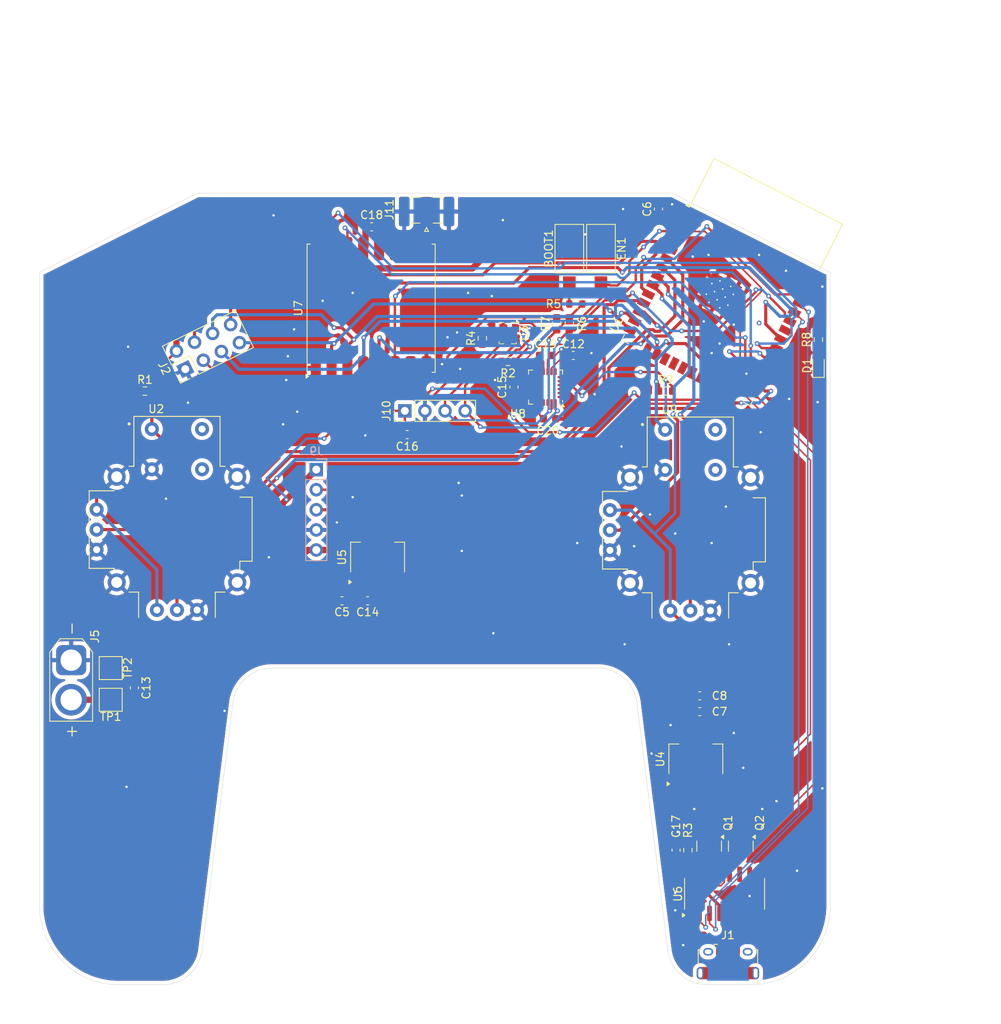
<source format=kicad_pcb>
(kicad_pcb (version 20240108) (generator "pcbnew") (generator_version "8.0")
  (layers (0 "F.Cu" signal) (31 "B.Cu" signal) (34 "B.Paste" user) (35 "F.Paste" user) (36 "B.SilkS" user "B.Silkscreen") (37 "F.SilkS" user "F.Silkscreen") (38 "B.Mask" user) (39 "F.Mask" user) (44 "Edge.Cuts" user))
  (net 0 "")
  (net 1 "ESP32_IO0")
  (net 2 "GND")
  (net 3 "+5V")
  (net 4 "+3V3")
  (net 5 "+BATT")
  (net 6 "ESP32_EN")
  (net 7 "Net-(U8-REGOUT)")
  (net 8 "Net-(U8-CPOUT)")
  (net 9 "Net-(D1-A)")
  (net 11 "D-")
  (net 13 "D+")
  (net 14 "UART_RX")
  (net 15 "UART_TX")
  (net 16 "SDA")
  (net 17 "SCL")
  (net 18 "Net-(J11-In)")
  (net 19 "Net-(Q1-G)")
  (net 20 "Net-(Q1-S)")
  (net 21 "Net-(U3-CSB)")
  (net 22 "Net-(U3-SDO)")
  (net 23 "Net-(U1-IO23)")
  (net 26 "DIO1")
  (net 28 "SCLK")
  (net 29 "SS")
  (net 31 "S1")
  (net 32 "V2")
  (net 33 "H2")
  (net 35 "S2")
  (net 36 "NRF_IRQ")
  (net 37 "NRF_CC")
  (net 38 "LORA_RST")
  (net 39 "V1")
  (net 40 "NRF_CE")
  (net 42 "RX-PROG")
  (net 43 "TX-PROG")
  (net 44 "DIO0")
  (net 45 "MISO")
  (net 47 "H1")
  (net 50 "MOSI")
  (net 59 "DIO2")
  (net 71 "MPU_IRQ")
  (footprint "Capacitor_SMD:C_0603_1608Metric" (layer "F.Cu") (at 87.5 40.5)
    (property "Reference" "C12")
    (property "Value" "C")
  )
  (footprint "Capacitor_SMD:C_0603_1608Metric" (layer "F.Cu") (at 62 24.25 180)
    (property "Reference" "C18")
    (property "Value" "C")
  )
  (footprint "Package_TO_SOT_SMD:SOT-223-3_TabPin2" (layer "F.Cu") (at 62.75 66 90)
    (property "Reference" "U5")
    (property "Value" "AMS1117-5")
  )
  (footprint "Resistor_SMD:R_0603_1608Metric" (layer "F.Cu") (at 118.5 38.5 -90)
    (property "Reference" "R8")
    (property "Value" "R_Small")
  )
  (footprint "Button_Switch_SMD:SW_SPST_FSMSM" (layer "F.Cu") (at 87 27 90)
    (property "Reference" "BOOT1")
    (property "Value" "SW_Push")
  )
  (footprint "COM-09032:XDCR_COM-09032" (layer "F.Cu") (at 102.3 62.581281)
    (property "Reference" "U9")
    (property "Value" "COM-09032")
  )
  (footprint "Capacitor_SMD:C_0603_1608Metric" (layer "F.Cu") (at 98.275 22 90)
    (property "Reference" "C6")
    (property "Value" "C")
  )
  (footprint "Resistor_SMD:R_0603_1608Metric" (layer "F.Cu") (at 102 103 -90)
    (property "Reference" "R3")
    (property "Value" "R_Small")
  )
  (footprint "Connector_AMASS:AMASS_XT30U-F_1x02_P5.0mm_Vertical" (layer "F.Cu") (at 24 79 -90)
    (property "Reference" "J5")
    (property "Value" "Conn_01x02")
  )
  (footprint "TestPoint:TestPoint_Pad_2.5x2.5mm" (layer "F.Cu") (at 29 84 180)
    (property "Reference" "TP1")
    (property "Value" "TestPoint")
  )
  (footprint "Capacitor_SMD:C_0603_1608Metric" (layer "F.Cu") (at 103.5 83.5)
    (property "Reference" "C8")
    (property "Value" "C")
  )
  (footprint "Connector_PinHeader_2.54mm:PinHeader_1x04_P2.54mm_Vertical" (layer "F.Cu") (at 66.2 47.5 90)
    (property "Reference" "J10")
    (property "Value" "Conn_01x04_Pin")
  )
  (footprint "LED_SMD:LED_0603_1608Metric" (layer "F.Cu") (at 118.5 41.7875 90)
    (property "Reference" "D1")
    (property "Value" "LED")
  )
  (footprint "RF_Module:HOPERF_RFM9XW_SMD" (layer "F.Cu") (at 61.935423 34.530863 90)
    (property "Reference" "U7")
    (property "Value" "RFM95W-868S2")
  )
  (footprint "Package_SO:SOIC-16_3.9x9.9mm_P1.27mm" (layer "F.Cu") (at 106.635 108.525 90)
    (property "Reference" "U6")
    (property "Value" "CH340C")
  )
  (footprint "Capacitor_SMD:C_0603_1608Metric" (layer "F.Cu") (at 61.5 71.5 180)
    (property "Reference" "C14")
    (property "Value" "C")
  )
  (footprint "Capacitor_SMD:C_0603_1608Metric" (layer "F.Cu") (at 103.5 85.5)
    (property "Reference" "C7")
    (property "Value" "C")
  )
  (footprint "Capacitor_SMD:C_0603_1608Metric" (layer "F.Cu") (at 66.5 50.5)
    (property "Reference" "C16")
    (property "Value" "C")
  )
  (footprint "Connector_USB:USB_Micro-B_Amphenol_10118194_Horizontal" (layer "F.Cu") (at 107.060507 117.242028)
    (property "Reference" "J1")
    (property "Value" "USB_B_Micro")
  )
  (footprint "Connector_PinHeader_2.54mm:PinHeader_2x04_P2.54mm_Vertical" (layer "F.Cu") (at 38.434126 42.226926 116)
    (property "Reference" "J2")
    (property "Value" "Conn_02x04_Odd_Even")
  )
  (footprint "Resistor_SMD:R_0603_1608Metric" (layer "F.Cu") (at 87 36.5 90)
    (property "Reference" "R6")
    (property "Value" "R_Small")
  )
  (footprint "Capacitor_SMD:C_0603_1608Metric" (layer "F.Cu") (at 80 44.5 -90)
    (property "Reference" "C15")
    (property "Value" "C")
  )
  (footprint "Capacitor_SMD:C_0603_1608Metric" (layer "F.Cu") (at 58.25 71.5 180)
    (property "Reference" "C5")
    (property "Value" "C")
  )
  (footprint "Package_TO_SOT_SMD:SOT-23" (layer "F.Cu") (at 104.685 102.5 -90)
    (property "Reference" "Q1")
    (property "Value" "BSS138")
  )
  (footprint "Capacitor_SMD:C_0603_1608Metric" (layer "F.Cu") (at 84 40.5)
    (property "Reference" "C19")
    (property "Value" "C")
  )
  (footprint "Resistor_SMD:R_0603_1608Metric" (layer "F.Cu") (at 99.175 45)
    (property "Reference" "R9")
    (property "Value" "R_Small")
  )
  (footprint "Resistor_SMD:R_0603_1608Metric" (layer "F.Cu") (at 87.825 34 180)
    (property "Reference" "R5")
    (property "Value" "R_Small")
  )
  (footprint "Package_TO_SOT_SMD:SOT-23" (layer "F.Cu") (at 108.685 102.5 -90)
    (property "Reference" "Q2")
    (property "Value" "BSS138")
  )
  (footprint "TestPoint:TestPoint_Pad_2.5x2.5mm" (layer "F.Cu") (at 29 80 -90)
    (property "Reference" "TP2")
    (property "Value" "TestPoint")
  )
  (footprint "RF_Module:ESP32-WROOM-32" (layer "F.Cu") (at 106.23184 33.901574 -27)
    (property "Reference" "U1")
    (property "Value" "ESP32-WROOM-32")
  )
  (footprint "COM-09032:XDCR_COM-09032" (layer "F.Cu") (at 37.38 62.5)
    (property "Reference" "U2")
    (property "Value" "COM-09032")
  )
  (footprint "Package_TO_SOT_SMD:SOT-223-3_TabPin2" (layer "F.Cu") (at 103 91.5 90)
    (property "Reference" "U4")
    (property "Value" "AMS1117-3.3")
  )
  (footprint "Capacitor_SMD:C_0603_1608Metric" (layer "F.Cu") (at 32 82.5 90)
    (property "Reference" "C13")
    (property "Value" "C")
  )
  (footprint "Resistor_SMD:R_0603_1608Metric" (layer "F.Cu") (at 33.325 45)
    (property "Reference" "R1")
    (property "Value" "R_Small")
  )
  (footprint "Capacitor_SMD:C_0603_1608Metric" (layer "F.Cu") (at 84.5 48.5)
    (property "Reference" "C20")
    (property "Value" "C")
  )
  (footprint "Package_LGA:Bosch_LGA-8_2x2.5mm_P0.65mm_ClockwisePinNumbering" (layer "F.Cu") (at 79.2 37.675 -90)
    (property "Reference" "U3")
    (property "Value" "BMP280")
  )
  (footprint "Resistor_SMD:R_0603_1608Metric" (layer "F.Cu") (at 79.25 41.25)
    (property "Reference" "R2")
    (property "Value" "10K")
  )
  (footprint "Sensor_Motion:InvenSense_QFN-24_4x4mm_P0.5mm" (layer "F.Cu") (at 84 44.5 180)
    (property "Reference" "U8")
    (property "Value" "MPU-6050")
  )
  (footprint "Resistor_SMD:R_0603_1608Metric" (layer "F.Cu") (at 76 38.325 90)
    (property "Reference" "R4")
    (property "Value" "10K")
  )
  (footprint "Button_Switch_SMD:SW_SPST_FSMSM" (layer "F.Cu") (at 91 27 -90)
    (property "Reference" "EN1")
    (property "Value" "SW_Push")
  )
  (footprint "Connector_Coaxial:SMA_Samtec_SMA-J-P-H-ST-EM1_EdgeMount" (layer "F.Cu") (at 68.944286 22.070822 90)
    (property "Reference" "J11")
    (property "Value" "Conn_Coaxial")
  )
  (footprint "Resistor_SMD:R_0603_1608Metric" (layer "F.Cu") (at 85.4 36.5 90)
    (property "Reference" "R7")
    (property "Value" "R_Small")
  )
  (footprint "Capacitor_SMD:C_0603_1608Metric" (layer "F.Cu") (at 100.5 103 90)
    (property "Reference" "C17")
    (property "Value" "C")
  )
  (footprint "Connector_PinHeader_2.54mm:PinHeader_1x05_P2.54mm_Vertical" (layer "B.Cu") (at 55 54.92 180)
    (property "Reference" "J9")
    (property "Value" "Conn_01x05_Pin")
  )
  (gr_line (start 95.547478 84.379826) (end 99.452522 115.620174) (stroke (width 0.05)) (layer "Edge.Cuts"))
  (gr_line (start 100 20) (end 120 30) (stroke (width 0.05)) (layer "Edge.Cuts"))
  (gr_arc (start 120 110) (mid 117.071068 117.071068) (end 110 120) (stroke (width 0.05)) (layer "Edge.Cuts"))
  (gr_line (start 20 30) (end 40 20) (stroke (width 0.05)) (layer "Edge.Cuts"))
  (gr_arc (start 30 120) (mid 22.928932 117.071068) (end 20 110) (stroke (width 0.05)) (layer "Edge.Cuts"))
  (gr_line (start 90.586089 80) (end 49.413911 80) (stroke (width 0.05)) (layer "Edge.Cuts"))
  (gr_line (start 120 30) (end 120 110) (stroke (width 0.05)) (layer "Edge.Cuts"))
  (gr_line (start 20 30) (end 20 110) (stroke (width 0.05)) (layer "Edge.Cuts"))
  (gr_line (start 40 20) (end 100 20) (stroke (width 0.05)) (layer "Edge.Cuts"))
  (gr_line (start 44.452522 84.379826) (end 40.547478 115.620174) (stroke (width 0.05)) (layer "Edge.Cuts"))
  (gr_arc (start 44.452522 84.379826) (mid 46.104899 81.251613) (end 49.413911 80) (stroke (width 0.05)) (layer "Edge.Cuts"))
  (gr_arc (start 40.547478 115.620174) (mid 38.895101 118.748391) (end 35.586089 120) (stroke (width 0.05)) (layer "Edge.Cuts"))
  (gr_arc (start 104.413911 120) (mid 101.104898 118.748391) (end 99.452522 115.620174) (stroke (width 0.05)) (layer "Edge.Cuts"))
  (gr_arc (start 90.586089 80) (mid 93.895102 81.251609) (end 95.547478 84.379826) (stroke (width 0.05)) (layer "Edge.Cuts"))
  (gr_line (start 104.413911 120) (end 110 120) (stroke (width 0.05)) (layer "Edge.Cuts"))
  (gr_line (start 35.586089 120) (end 30 120) (stroke (width 0.05)) (layer "Edge.Cuts"))
  (via (at 111 36.4) (size 0.6) (drill 0.3) (layers "F.Cu" "B.Cu") (net 0))
  (segment (start 109.138052 103.4375) (end 118.25 94.325552) (width 0.2) (layer "F.Cu") (net 1))
  (segment (start 118.25 53.205517) (end 110.278186 45.233703) (width 0.2) (layer "F.Cu") (net 1))
  (segment (start 118.25 94.325552) (end 118.25 53.205517) (width 0.2) (layer "F.Cu") (net 1))
  (segment (start 87 34) (end 87 31.59) (width 0.3) (layer "F.Cu") (net 1))
  (segment (start 108.685 103.4375) (end 109.138052 103.4375) (width 0.2) (layer "F.Cu") (net 1))
  (segment (start 108.360507 114.639493) (end 108.8 114.2) (width 0.4) (layer "F.Cu") (net 2))
  (segment (start 77.75 37.35) (end 77.6 37.2) (width 0.3) (layer "F.Cu") (net 2))
  (segment (start 81.76826 36.8875) (end 80.605393 36.8875) (width 0.3) (layer "F.Cu") (net 2))
  (segment (start 78.4 37.35) (end 77.75 37.35) (width 0.3) (layer "F.Cu") (net 2))
  (segment (start 81.95913 37.07837) (end 81.76826 36.8875) (width 0.3) (layer "F.Cu") (net 2))
  (segment (start 80.417893 36.7) (end 80 36.7) (width 0.3) (layer "F.Cu") (net 2))
  (segment (start 108.360507 115.842028) (end 108.360507 114.639493) (width 0.4) (layer "F.Cu") (net 2))
  (segment (start 84.25 42.55) (end 84.25 41.025) (width 0.2) (layer "F.Cu") (net 2))
  (segment (start 85.996884 39.722014) (end 85.218898 40.5) (width 0.2) (layer "F.Cu") (net 2))
  (segment (start 100.5 102.225) (end 100.5 100.9) (width 0.4) (layer "F.Cu") (net 2))
  (segment (start 100.5 100.9) (end 100.7 100.7) (width 0.4) (layer "F.Cu") (net 2))
  (segment (start 84.25 41.025) (end 84.775 40.5) (width 0.2) (layer "F.Cu") (net 2))
  (segment (start 85.218898 40.5) (end 84.775 40.5) (width 0.2) (layer "F.Cu") (net 2))
  (segment (start 80.605393 36.8875) (end 80.417893 36.7) (width 0.3) (layer "F.Cu") (net 2))
  (via (at 73.2 42.2) (size 0.6) (drill 0.3) (layers "F.Cu" "B.Cu") (net 2))
  (via (at 104 36.2) (size 0.6) (drill 0.3) (layers "F.Cu" "B.Cu") (net 2))
  (via (at 51.4 40.6) (size 0.6) (drill 0.3) (layers "F.Cu" "B.Cu") (net 2))
  (via (at 99.8 87.2) (size 0.6) (drill 0.3) (layers "F.Cu" "B.Cu") (net 2))
  (via (at 100.4 110.6) (size 0.6) (drill 0.3) (layers "F.Cu" "B.Cu") (net 2))
  (via (at 77.4 75.6) (size 0.6) (drill 0.3) (layers "F.Cu" "B.Cu") (net 2))
  (via (at 93.8 22) (size 0.6) (drill 0.3) (layers "F.Cu" "B.Cu") (net 2))
  (via (at 119 95.2) (size 0.6) (drill 0.3) (layers "F.Cu" "B.Cu") (net 2))
  (via (at 50.8 49.2) (size 0.6) (drill 0.3) (layers "F.Cu" "B.Cu") (net 2))
  (via (at 51.2 43.6) (size 0.6) (drill 0.3) (layers "F.Cu" "B.Cu") (net 2))
  (via (at 119 31.8) (size 0.6) (drill 0.3) (layers "F.Cu" "B.Cu") (net 2))
  (via (at 73 56.6) (size 0.6) (drill 0.3) (layers "F.Cu" "B.Cu") (net 2))
  (via (at 43.4 85.4) (size 0.6) (drill 0.3) (layers "F.Cu" "B.Cu") (net 2))
  (via (at 49 66) (size 0.6) (drill 0.3) (layers "F.Cu" "B.Cu") (net 2))
  (via (at 89 25.2) (size 0.6) (drill 0.3) (layers "F.Cu" "B.Cu") (net 2))
  (via (at 73.4 65.2) (size 0.6) (drill 0.3) (layers "F.Cu" "B.Cu") (net 2))
  (via (at 113.2 96.8) (size 0.6) (drill 0.3) (layers "F.Cu" "B.Cu") (net 2))
  (via (at 31 95) (size 0.6) (drill 0.3) (layers "F.Cu" "B.Cu") (net 2))
  (via (at 109.4 42.8) (size 0.6) (drill 0.3) (layers "F.Cu" "B.Cu") (net 2))
  (via (at 38.77864 46.464079) (size 0.6) (drill 0.3) (layers "F.Cu" "B.Cu") (net 2))
  (via (at 111 27.8) (size 0.6) (drill 0.3) (layers "F.Cu" "B.Cu") (net 2))
  (via (at 55.8 33.6) (size 0.6) (drill 0.3) (layers "F.Cu" "B.Cu") (net 2))
  (via (at 105 64.2) (size 0.6) (drill 0.3) (layers "F.Cu" "B.Cu") (net 2))
  (via (at 36 58.6) (size 0.6) (drill 0.3) (layers "F.Cu" "B.Cu") (net 2))
  (via (at 107.2 77) (size 0.6) (drill 0.3) (layers "F.Cu" "B.Cu") (net 2))
  (via (at 74.2 32.6) (size 0.6) (drill 0.3) (layers "F.Cu" "B.Cu") (net 2))
  (via (at 89.8 40.2) (size 0.6) (drill 0.3) (layers "F.Cu" "B.Cu") (net 2))
  (via (at 100.7 100.7) (size 0.6) (drill 0.3) (layers "F.Cu" "B.Cu") (net 2))
  (via (at 59.6 58.4) (size 0.6) (drill 0.3) (layers "F.Cu" "B.Cu") (net 2))
  (via (at 71.6 38.2) (size 0.6) (drill 0.3) (layers "F.Cu" "B.Cu") (net 2))
  (via (at 102.6 28) (size 0.6) (drill 0.3) (layers "F.Cu" "B.Cu") (net 2))
  (via (at 100 21.4) (size 0.6) (drill 0.3) (layers "F.Cu" "B.Cu") (net 2))
  (via (at 52.2 37.2) (size 0.6) (drill 0.3) (layers "F.Cu" "B.Cu") (net 2))
  (via (at 52.6 47.6) (size 0.6) (drill 0.3) (layers "F.Cu" "B.Cu") (net 2))
  (via (at 111.2 50.2) (size 0.6) (drill 0.3) (layers "F.Cu" "B.Cu") (net 2))
  (via (at 114.4 29.8) (size 0.6) (drill 0.3) (layers "F.Cu" "B.Cu") (net 2))
  (via (at 100.4 108.4) (size 0.6) (drill 0.3) (layers "F.Cu" "B.Cu") (net 2))
  (via (at 94 77) (size 0.6) (drill 0.3) (layers "F.Cu" "B.Cu") (net 2))
  (via (at 78.6 23.4) (size 0.6) (drill 0.3) (layers "F.Cu" "B.Cu") (net 2))
  (via (at 88 64.2) (size 0.6) (drill 0.3) (layers "F.Cu" "B.Cu") (net 2))
  (via (at 31.2 39.4) (size 0.6) (drill 0.3) (layers "F.Cu" "B.Cu") (net 2))
  (via (at 70.9 41.6) (size 0.6) (drill 0.3) (layers "F.Cu" "B.Cu") (net 2))
  (via (at 61.2 50.6) (size 0.6) (drill 0.3) (layers "F.Cu" "B.Cu") (net 2))
  (via (at 97.4 90.8) (size 0.6) (drill 0.3) (layers "F.Cu" "B.Cu") (net 2))
  (via (at 106.8 59.6) (size 0.6) (drill 0.3) (layers "F.Cu" "B.Cu") (net 2))
  (via (at 73.4 58.2) (size 0.6) (drill 0.3) (layers "F.Cu" "B.Cu") (net 2))
  (via (at 72.8 37.6) (size 0.6) (drill 0.3) (layers "F.Cu" "B.Cu") (net 2))
  (via (at 49.6 22.8) (size 0.6) (drill 0.3) (layers "F.Cu" "B.Cu") (net 2))
  (via (at 97.2 60.6) (size 0.6) (drill 0.3) (layers "F.Cu" "B.Cu") (net 2))
  (via (at 81.95913 37.07837) (size 0.6) (drill 0.3) (layers "F.Cu" "B.Cu") (net 2))
  (via (at 90.2 45.4) (size 0.6) (drill 0.3) (layers "F.Cu" "B.Cu") (net 2))
  (via (at 57.6 61.6) (size 0.6) (drill 0.3) (layers "F.Cu" "B.Cu") (net 2))
  (via (at 104.6 27.8) (size 0.6) (drill 0.3) (layers "F.Cu" "B.Cu") (net 2))
  (via (at 102.8 97.8) (size 0.6) (drill 0.3) (layers "F.Cu" "B.Cu") (net 2))
  (via (at 85.996884 39.722014) (size 0.6) (drill 0.3) (layers "F.Cu" "B.Cu") (net 2))
  (via (at 109.8 108.8) (size 0.6) (drill 0.3) (layers "F.Cu" "B.Cu") (net 2))
  (via (at 77.2 33) (size 0.6) (drill 0.3) (layers "F.Cu" "B.Cu") (net 2))
  (via (at 107.8 36.6) (size 0.6) (drill 0.3) (layers "F.Cu" "B.Cu") (net 2))
  (via (at 115.8 105.6) (size 0.6) (drill 0.3) (layers "F.Cu" "B.Cu") (net 2))
  (via (at 109 92.6) (size 0.6) (drill 0.3) (layers "F.Cu" "B.Cu") (net 2))
  (via (at 111.4 97.8) (size 0.6) (drill 0.3) (layers "F.Cu" "B.Cu") (net 2))
  (via (at 93.6 52) (size 0.6) (drill 0.3) (layers "F.Cu" "B.Cu") (net 2))
  (via (at 118.4 46.4) (size 0.6) (drill 0.3) (layers "F.Cu" "B.Cu") (net 2))
  (via (at 101.4 115) (size 0.6) (drill 0.3) (layers "F.Cu" "B.Cu") (net 2))
  (via (at 77.6 43.6) (size 0.6) (drill 0.3) (layers "F.Cu" "B.Cu") (net 2))
  (via (at 106 39) (size 0.6) (drill 0.3) (layers "F.Cu" "B.Cu") (net 2))
  (via (at 59.6 32.6) (size 0.6) (drill 0.3) (layers "F.Cu" "B.Cu") (net 2))
  (via (at 107.8 88.2) (size 0.6) (drill 0.3) (layers "F.Cu" "B.Cu") (net 2))
  (via (at 100.4 63) (size 0.6) (drill 0.3) (layers "F.Cu" "B.Cu") (net 2))
  (via (at 105 40.2) (size 0.6) (drill 0.3) (layers "F.Cu" "B.Cu") (net 2))
  (via (at 114.8 46) (size 0.6) (drill 0.3) (layers "F.Cu" "B.Cu") (net 2))
  (via (at 95.2 64.6) (size 0.6) (drill 0.3) (layers "F.Cu" "B.Cu") (net 2))
  (segment (start 98.571518 93.079954) (end 98.571518 84.913806) (width 0.4) (layer "F.Cu") (net 3))
  (segment (start 59.5 47.5) (end 56 51) (width 0.3) (layer "F.Cu") (net 3))
  (segment (start 56.92 65.08) (end 55 65.08) (width 0.8) (layer "F.Cu") (net 3))
  (segment (start 77.5 67.5) (end 62.75 67.5) (width 0.4) (layer "F.Cu") (net 3))
  (segment (start 88.657712 75) (end 85 75) (width 0.4) (layer "F.Cu") (net 3))
  (segment (start 57.75 65) (end 57 65) (width 0.8) (layer "F.Cu") (net 3))
  (segment (start 66.2 50.025) (end 65.725 50.5) (width 0.3) (layer "F.Cu") (net 3))
  (segment (start 50.75 59.17) (end 50.75 63) (width 0.8) (layer "F.Cu") (net 3))
  (segment (start 59.9 62.85) (end 57.75 65) (width 0.8) (layer "F.Cu") (net 3))
  (segment (start 98.571518 102.92856) (end 98.571518 93.079954) (width 0.4) (layer "F.Cu") (net 3))
  (segment (start 105.760507 115.842028) (end 105.760507 115.167029) (width 0.4) (layer "F.Cu") (net 3))
  (segment (start 104.093478 113.5) (end 101.227574 113.5) (width 0.4) (layer "F.Cu") (net 3))
  (segment (start 66.2 47.5) (end 66.2 50.025) (width 0.3) (layer "F.Cu") (net 3))
  (segment (start 99.751472 91.9) (end 102.55 91.9) (width 0.4) (layer "F.Cu") (net 3))
  (segment (start 59.9 70.625) (end 62.15 70.625) (width 0.4) (layer "F.Cu") (net 3))
  (segment (start 98.571518 84.913806) (end 88.657712 75) (width 0.4) (layer "F.Cu") (net 3))
  (segment (start 85 75) (end 77.5 67.5) (width 0.4) (layer "F.Cu") (net 3))
  (segment (start 57 65) (end 56.92 65.08) (width 0.8) (layer "F.Cu") (net 3))
  (segment (start 62.275 69.625) (end 62.75 69.15) (width 0.4) (layer "F.Cu") (net 3))
  (segment (start 62.75 69.15) (end 62.75 67.5) (width 0.8) (layer "F.Cu") (net 3))
  (segment (start 53 65.25) (end 53.75 65.25) (width 0.8) (layer "F.Cu") (net 3))
  (segment (start 59.025 71.5) (end 59.9 70.625) (width 0.4) (layer "F.Cu") (net 3))
  (segment (start 53.92 65.08) (end 55 65.08) (width 0.8) (layer "F.Cu") (net 3))
  (segment (start 62.275 70.5) (end 62.275 69.625) (width 0.4) (layer "F.Cu") (net 3))
  (segment (start 102.55 91.9) (end 105.3 94.65) (width 0.4) (layer "F.Cu") (net 3))
  (segment (start 105.760507 115.167029) (end 104.093478 113.5) (width 0.4) (layer "F.Cu") (net 3))
  (segment (start 53.75 65.25) (end 53.92 65.08) (width 0.8) (layer "F.Cu") (net 3))
  (segment (start 62.75 62.85) (end 59.9 62.85) (width 0.8) (layer "F.Cu") (net 3))
  (segment (start 66.2 47.5) (end 59.5 47.5) (width 0.3) (layer "F.Cu") (net 3))
  (segment (start 101.227574 113.5) (end 99.702288 111.974714) (width 0.4) (layer "F.Cu") (net 3))
  (segment (start 50.75 63) (end 53 65.25) (width 0.8) (layer "F.Cu") (net 3))
  (segment (start 62.275 71.25) (end 62.275 70.5) (width 0.4) (layer "F.Cu") (net 3))
  (segment (start 62.75 67.5) (end 62.75 62.85) (width 0.8) (layer "F.Cu") (net 3))
  (segment (start 55 54.92) (end 50.75 59.17) (width 0.8) (layer "F.Cu") (net 3))
  (segment (start 98.571518 93.079954) (end 99.751472 91.9) (width 0.4) (layer "F.Cu") (net 3))
  (segment (start 62.15 70.625) (end 62.275 70.5) (width 0.4) (layer "F.Cu") (net 3))
  (segment (start 99.702288 111.974714) (end 98.571518 102.92856) (width 0.4) (layer "F.Cu") (net 3))
  (via (at 51.21 58.71) (size 0.6) (drill 0.3) (layers "F.Cu" "B.Cu") (net 3))
  (via (at 56 51) (size 0.6) (drill 0.3) (layers "F.Cu" "B.Cu") (net 3))
  (segment (start 48.75 56) (end 51.21 58.46) (width 0.3) (layer "B.Cu") (net 3))
  (segment (start 53.75 51) (end 48.75 56) (width 0.3) (layer "B.Cu") (net 3))
  (segment (start 56 51) (end 53.75 51) (width 0.3) (layer "B.Cu") (net 3))
  (segment (start 51.21 58.46) (end 51.21 58.71) (width 0.3) (layer "B.Cu") (net 3))
  (segment (start 37.320663 39.943989) (end 37.320663 35.929337) (width 0.8) (layer "F.Cu") (net 4))
  (segment (start 99.171518 100.5) (end 99.171518 93.328482) (width 0.4) (layer "F.Cu") (net 4))
  (segment (start 102.19 108.19) (end 102.19 106.05) (width 0.4) (layer "F.Cu") (net 4))
  (segment (start 102.725 83.5) (end 102.725 75.706281) (width 0.4) (layer "F.Cu") (net 4))
  (segment (start 106 110.025001) (end 104.474999 108.5) (width 0.4) (layer "F.Cu") (net 4))
  (segment (start 104.474999 108.5) (end 102.5 108.5) (width 0.4) (layer "F.Cu") (net 4))
  (segment (start 99.425849 104.925849) (end 99.171518 102.891202) (width 0.4) (layer "F.Cu") (net 4))
  (segment (start 43.75 29.5) (end 61.95456 29.5) (width 0.8) (layer "F.Cu") (net 4))
  (segment (start 103 94.65) (end 104.4 96.05) (width 0.4) (layer "F.Cu") (net 4))
  (segment (start 102.725 75.706281) (end 99.76 72.741281) (width 0.4) (layer "F.Cu") (net 4))
  (segment (start 39 45.8) (end 35.232326 42.032326) (width 0.3) (layer "F.Cu") (net 4))
  (segment (start 105.996016 96.05) (end 106.5 95.546016) (width 0.4) (layer "F.Cu") (net 4))
  (segment (start 78.4 38) (end 78.75 38) (width 0.3) (layer "F.Cu") (net 4))
  (segment (start 82.1875 36.3875) (end 80.8125 36.3875) (width 0.3) (layer "F.Cu") (net 4))
  (segment (start 71.6 43.8) (end 69.6 45.8) (width 0.3) (layer "F.Cu") (net 4))
  (segment (start 81.3 39.182106) (end 81.3 39.11005) (width 0.3) (layer "F.Cu") (net 4))
  (segment (start 104.4 96.05) (end 105.996016 96.05) (width 0.4) (layer "F.Cu") (net 4))
  (segment (start 81.525 35.675) (end 82.8 35.675) (width 0.3) (layer "F.Cu") (net 4))
  (segment (start 76.25 28) (end 74.75 29.5) (width 0.8) (layer "F.Cu") (net 4))
  (segment (start 82.8 35.675) (end 85.4 35.675) (width 0.3) (layer "F.Cu") (net 4))
  (segment (start 100.55 106.05) (end 99.425849 104.925849) (width 0.4) (layer "F.Cu") (net 4))
  (segment (start 27.22 48.95093) (end 32.04593 44.125) (width 0.4) (layer "F.Cu") (net 4))
  (segment (start 61.95456 29.5) (end 60.935423 28.480863) (width 0.8) (layer "F.Cu") (net 4))
  (segment (start 34.15 45) (end 34.15 43.114652) (width 0.3) (layer "F.Cu") (net 4))
  (segment (start 102 102.175) (end 102 100.339339) (width 0.4) (layer "F.Cu") (net 4))
  (segment (start 80.732106 39.75) (end 81.3 39.182106) (width 0.3) (layer "F.Cu") (net 4))
  (segment (start 100.596059 22.775) (end 101.567689 23.74663) (width 0.8) (layer "F.Cu") (net 4))
  (segment (start 101.310661 99.65) (end 100.021518 99.65) (width 0.4) (layer "F.Cu") (net 4))
  (segment (start 80.6 36.175) (end 78.925 36.175) (width 0.3) (layer "F.Cu") (net 4))
  (segment (start 81.71005 38.7) (end 81.782106 38.7) (width 0.3) (layer "F.Cu") (net 4))
  (segment (start 99.171518 102.891202) (end 99.171518 100.5) (width 0.4) (layer "F.Cu") (net 4))
  (segment (start 100 44.4) (end 99.2 43.6) (width 0.3) (layer "F.Cu") (net 4))
  (segment (start 83.141053 37.341053) (end 82.1875 36.3875) (width 0.3) (layer "F.Cu") (net 4))
  (segment (start 82.8 35.675) (end 76.566642 35.675) (width 0.3) (layer "F.Cu") (net 4))
  (segment (start 102.5 108.5) (end 102.19 108.19) (width 0.4) (layer "F.Cu") (net 4))
  (segment (start 32.04593 44.125) (end 33.275 44.125) (width 0.4) (layer "F.Cu") (net 4))
  (segment (start 100 92.5) (end 102 92.5) (width 0.4) (layer "F.Cu") (net 4))
  (segment (start 86.231293 39.107894) (end 86.725 39.601601) (width 0.2) (layer "F.Cu") (net 4))
  (segment (start 79 37.75) (end 79 36.75) (width 0.3) (layer "F.Cu") (net 4))
  (segment (start 83.142106 39.357894) (end 85.322867 39.357894) (width 0.2) (layer "F.Cu") (net 4))
  (segment (start 80.316642 39.75) (end 80.732106 39.75) (width 0.3) (layer "F.Cu") (net 4))
  (segment (start 98.275 22.775) (end 93.05 28) (width 0.8) (layer "F.Cu") (net 4))
  (segment (start 76.566642 35.675) (end 71.6 40.641642) (width 0.3) (layer "F.Cu") (net 4))
  (segment (start 80.8125 36.3875) (end 80.6 36.175) (width 0.3) (layer "F.Cu") (net 4))
  (segment (start 103 93.5) (end 103 94.65) (width 0.4) (layer "F.Cu") (net 4))
  (segment (start 79 36.75) (end 78.95 36.7) (width 0.3) (layer "F.Cu") (net 4))
  (segment (start 87 35.675) (end 85.4 35.675) (width 0.3) (layer "F.Cu") (net 4))
  (segment (start 102.19 106.05) (end 100.55 106.05) (width 0.4) (layer "F.Cu") (net 4))
  (segment (start 78.95 36.7) (end 78.4 36.7) (width 0.3) (layer "F.Cu") (net 4))
  (segment (start 69.6 45.8) (end 39 45.8) (width 0.3) (layer "F.Cu") (net 4))
  (segment (start 34.15 43.114652) (end 35.232326 42.032326) (width 0.3) (layer "F.Cu") (net 4))
  (segment (start 93.05 28) (end 76.25 28) (width 0.8) (layer "F.Cu") (net 4))
  (segment (start 102 92.5) (end 103 93.5) (width 0.4) (layer "F.Cu") (net 4))
  (segment (start 71.6 40.641642) (end 71.6 43.8) (width 0.3) (layer "F.Cu") (net 4))
  (segment (start 102.725 85.5) (end 102.725 88.075) (width 0.4) (layer "F.Cu") (net 4))
  (segment (start 78.816642 41.25) (end 80.316642 39.75) (width 0.3) (layer "F.Cu") (net 4))
  (segment (start 88.65 34) (end 88.65 34.025) (width 0.3) (layer "F.Cu") (net 4))
  (segment (start 86.725 39.601601) (end 86.725 40.5) (width 0.2) (layer "F.Cu") (net 4))
  (segment (start 85.572867 39.107894) (end 86.231293 39.107894) (width 0.2) (layer "F.Cu") (net 4))
  (segment (start 85.322867 39.357894) (end 85.572867 39.107894) (width 0.2) (layer "F.Cu") (net 4))
  (segment (start 81.3 39.11005) (end 81.71005 38.7) (width 0.3) (layer "F.Cu") (net 4))
  (segment (start 102.725 88.075) (end 103 88.35) (width 0.4) (layer "F.Cu") (net 4))
  (segment (start 102 100.339339) (end 101.310661 99.65) (width 0.4) (layer "F.Cu") (net 4))
  (segment (start 100 45) (end 100 44.4) (width 0.3) (layer "F.Cu") (net 4))
  (segment (start 102.725 83.5) (end 102.725 85.5) (width 0.4) (layer "F.Cu") (net 4))
  (segment (start 98.2 42.6) (end 96 42.6) (width 0.3) (layer "F.Cu") (net 4))
  (segment (start 74.75 29.5) (end 61.95456 29.5) (width 0.8) (layer "F.Cu") (net 4))
  (segment (start 99.2 43.6) (end 98.2 42.6) (width 0.3) (layer "F.Cu") (net 4))
  (segment (start 27.22 59.96) (end 27.22 48.95093) (width 0.4) (layer "F.Cu") (net 4))
  (segment (start 81 43.25) (end 82.05 43.25) (width 0.2) (layer "F.Cu") (net 4))
  (segment (start 88.6 45.6) (end 86.725 43.725) (width 0.3) (layer "F.Cu") (net 4))
  (segment (start 33.275 44.125) (end 34.15 45) (width 0.4) (layer "F.Cu") (net 4))
  (segment (start 80 43.725) (end 80.475 43.25) (width 0.2) (layer "F.Cu") (net 4))
  (segment (start 88.65 34.025) (end 87 35.675) (width 0.3) (layer "F.Cu") (net 4))
  (segment (start 86.725 43.725) (end 86.725 40.5) (width 0.3) (layer "F.Cu") (net 4))
  (segment (start 80.475 43.25) (end 81 43.25) (width 0.2) (layer "F.Cu") (net 4))
  (segment (start 99.171518 93.328482) (end 100 92.5) (width 0.4) (layer "F.Cu") (net 4))
  (segment (start 84.75 42.09259) (end 86.34259 40.5) (width 0.2) (layer "F.Cu") (net 4))
  (segment (start 61.225 26.716286) (end 60.935423 27.005863) (width 0.8) (layer "F.Cu") (net 4))
  (segment (start 86.34259 40.5) (end 86.725 40.5) (width 0.2) (layer "F.Cu") (net 4))
  (segment (start 81.782106 38.7) (end 83.141053 37.341053) (width 0.3) (layer "F.Cu") (net 4))
  (segment (start 61.225 24.25) (end 61.225 26.716286) (width 0.8) (layer "F.Cu") (net 4))
  (segment (start 84.75 42.55) (end 84.75 42.09259) (width 0.2) (layer "F.Cu") (net 4))
  (segment (start 81 41.5) (end 83.142106 39.357894) (width 0.2) (layer "F.Cu") (net 4))
  (segment (start 106.5 95.546016) (end 106.5 91.85) (width 0.4) (layer "F.Cu") (net 4))
  (segment (start 106 111) (end 106 110.025001) (width 0.4) (layer "F.Cu") (net 4))
  (segment (start 80.8125 36.3875) (end 81.525 35.675) (width 0.3) (layer "F.Cu") (net 4))
  (segment (start 98.275 22.775) (end 100.596059 22.775) (width 0.8) (layer "F.Cu") (net 4))
  (segment (start 78.75 38) (end 79 37.75) (width 0.3) (layer "F.Cu") (net 4))
  (segment (start 60.935423 28.480863) (end 60.935423 27.005863) (width 0.8) (layer "F.Cu") (net 4))
  (segment (start 78.425 41.25) (end 78.425 42.15) (width 0.3) (layer "F.Cu") (net 4))
  (segment (start 100.021518 99.65) (end 99.171518 100.5) (width 0.4) (layer "F.Cu") (net 4))
  (segment (start 37.320663 35.929337) (end 43.75 29.5) (width 0.8) (layer "F.Cu") (net 4))
  (segment (start 106.5 91.85) (end 103 88.35) (width 0.4) (layer "F.Cu") (net 4))
  (segment (start 78.425 41.25) (end 78.816642 41.25) (width 0.3) (layer "F.Cu") (net 4))
  (segment (start 35.232326 42.032326) (end 37.320663 39.943989) (width 0.3) (layer "F.Cu") (net 4))
  (segment (start 81 43.25) (end 81 41.5) (width 0.2) (layer "F.Cu") (net 4))
  (segment (start 78.925 36.175) (end 78.4 36.7) (width 0.3) (layer "F.Cu") (net 4))
  (segment (start 78.425 42.15) (end 80 43.725) (width 0.3) (layer "F.Cu") (net 4))
  (via (at 99.2 43.6) (size 0.6) (drill 0.3) (layers "F.Cu" "B.Cu") (net 4))
  (via (at 96 42.6) (size 0.6) (drill 0.3) (layers "F.Cu" "B.Cu") (net 4))
  (via (at 88.6 45.6) (size 0.6) (drill 0.3) (layers "F.Cu" "B.Cu") (net 4))
  (segment (start 91.6 42.6) (end 88.6 45.6) (width 0.3) (layer "B.Cu") (net 4))
  (segment (start 96 42.6) (end 91.6 42.6) (width 0.3) (layer "B.Cu") (net 4))
  (segment (start 100.364 49.212086) (end 100.364 60.436) (width 0.3) (layer "B.Cu") (net 4))
  (segment (start 99.76 65.01) (end 97.775 63.025) (width 0.4) (layer "B.Cu") (net 4))
  (segment (start 99.2 43.6) (end 99.2 48.048086) (width 0.3) (layer "B.Cu") (net 4))
  (segment (start 34.84 67.58) (end 34.84 72.66) (width 0.4) (layer "B.Cu") (net 4))
  (segment (start 99.2 48.048086) (end 100.364 49.212086) (width 0.3) (layer "B.Cu") (net 4))
  (segment (start 97.775 63.025) (end 94.791281 60.041281) (width 0.4) (layer "B.Cu") (net 4))
  (segment (start 99.76 72.741281) (end 99.76 65.01) (width 0.4) (layer "B.Cu") (net 4))
  (segment (start 27.22 59.96) (end 34.84 67.58) (width 0.4) (layer "B.Cu") (net 4))
  (segment (start 94.791281 60.041281) (end 92.14 60.041281) (width 0.4) (layer "B.Cu") (net 4))
  (segment (start 100.364 60.436) (end 97.775 63.025) (width 0.3) (layer "B.Cu") (net 4))
  (segment (start 24 84) (end 29 84) (width 0.8) (layer "F.Cu") (net 5))
  (segment (start 65.05 72.45) (end 65.05 69.15) (width 0.8) (layer "F.Cu") (net 5))
  (segment (start 29.725 83.275) (end 29 84) (width 0.8) (layer "F.Cu") (net 5))
  (segment (start 32 83.275) (end 29.725 83.275) (width 0.8) (layer "F.Cu") (net 5))
  (segment (start 32 83.275) (end 32.475 83.275) (width 0.8) (layer "F.Cu") (net 5))
  (segment (start 32.475 83.275) (end 37.75 78) (width 0.8) (layer "F.Cu") (net 5))
  (segment (start 64 73.5) (end 65.05 72.45) (width 0.8) (layer "F.Cu") (net 5))
  (segment (start 37.75 78) (end 60.25 78) (width 0.8) (layer "F.Cu") (net 5))
  (segment (start 60.25 78) (end 64 74.25) (width 0.8) (layer "F.Cu") (net 5))
  (segment (start 64 74.25) (end 64 73.5) (width 0.8) (layer "F.Cu") (net 5))
  (segment (start 94.599521 28.600479) (end 96.4 26.8) (width 0.3) (layer "F.Cu") (net 6))
  (segment (start 92.118328 31.59) (end 92.186346 31.658018) (width 0.3) (layer "F.Cu") (net 6))
  (segment (start 91 31.59) (end 92.118328 31.59) (width 0.3) (layer "F.Cu") (net 6))
  (segment (start 104.160748 24.841509) (end 101.027819 24.841509) (width 0.2) (layer "F.Cu") (net 6))
  (segment (start 111.75 48) (end 111.687206 48) (width 0.2) (layer "F.Cu") (net 6))
  (segment (start 108.6 35.119239) (end 111.25 32.469239) (width 0.2) (layer "F.Cu") (net 6))
  (segment (start 111.687206 48) (end 108.6 44.912794) (width 0.2) (layer "F.Cu") (net 6))
  (segment (start 108.6 44.912794) (end 108.6 35.119239) (width 0.2) (layer "F.Cu") (net 6))
  (segment (start 93.097618 31.658018) (end 94.599521 30.156115) (width 0.3) (layer "F.Cu") (net 6))
  (segment (start 104.685 101.134448) (end 104.075552 100.525) (width 0.2) (layer "F.Cu") (net 6))
  (segment (start 101.95 103.775) (end 102 103.825) (width 0.2) (layer "F.Cu") (net 6))
  (segment (start 94.599521 30.156115) (end 94.599521 28.600479) (width 0.3) (layer "F.Cu") (net 6))
  (segment (start 92.186346 31.658018) (end 93.097618 31.658018) (width 0.3) (layer "F.Cu") (net 6))
  (segment (start 100.5 103.775) (end 101.95 103.775) (width 0.2) (layer "F.Cu") (net 6))
  (segment (start 117.5 88.319448) (end 117.5 53.75) (width 0.2) (layer "F.Cu") (net 6))
  (segment (start 117.5 53.75) (end 111.75 48) (width 0.2) (layer "F.Cu") (net 6))
  (segment (start 104.075552 100.525) (end 103.394448 100.525) (width 0.2) (layer "F.Cu") (net 6))
  (segment (start 100.98631 24.8) (end 101.027819 24.841509) (width 0.3) (layer "F.Cu") (net 6))
  (segment (start 103.135 102.69) (end 102 103.825) (width 0.2) (layer "F.Cu") (net 6))
  (segment (start 103.135 100.784448) (end 103.135 102.69) (width 0.2) (layer "F.Cu") (net 6))
  (segment (start 104.685 103.4375) (end 104.685 101.134448) (width 0.2) (layer "F.Cu") (net 6))
  (segment (start 103.394448 100.525) (end 103.135 100.784448) (width 0.2) (layer "F.Cu") (net 6))
  (segment (start 111.25 32.469239) (end 111.25 31.930761) (width 0.2) (layer "F.Cu") (net 6))
  (segment (start 98.4 24.8) (end 100.98631 24.8) (width 0.3) (layer "F.Cu") (net 6))
  (segment (start 104.685 101.134448) (end 117.5 88.319448) (width 0.2) (layer "F.Cu") (net 6))
  (segment (start 111.25 31.930761) (end 104.160748 24.841509) (width 0.2) (layer "F.Cu") (net 6))
  (via (at 96.4 26.8) (size 0.6) (drill 0.3) (layers "F.Cu" "B.Cu") (net 6))
  (via (at 98.4 24.8) (size 0.6) (drill 0.3) (layers "F.Cu" "B.Cu") (net 6))
  (segment (start 96.4 26.8) (end 98.4 24.8) (width 0.3) (layer "B.Cu") (net 6))
  (segment (start 83.75 42.55) (end 83.75 41.264382) (width 0.2) (layer "F.Cu") (net 7))
  (segment (start 83.225 40.739382) (end 83.225 40.5) (width 0.2) (layer "F.Cu") (net 7))
  (segment (start 83.75 41.264382) (end 83.225 40.739382) (width 0.2) (layer "F.Cu") (net 7))
  (segment (start 83.725 48.5) (end 83.25 48.025) (width 0.2) (layer "F.Cu") (net 8))
  (segment (start 83.25 48.025) (end 83.25 46.45) (width 0.2) (layer "F.Cu") (net 8))
  (segment (start 118.5 39.325) (end 118.5 41) (width 0.2) (layer "F.Cu") (net 9))
  (segment (start 106.6 110.054448) (end 107.154448 109.5) (width 0.2) (layer "F.Cu") (net 11))
  (segment (start 106.410507 112.205045) (end 106.6 112.015552) (width 0.2) (layer "F.Cu") (net 11))
  (segment (start 108.014999 109.5) (end 108.54 110.025001) (width 0.2) (layer "F.Cu") (net 11))
  (segment (start 106.6 112.015552) (end 106.6 110.054448) (width 0.2) (layer "F.Cu") (net 11))
  (segment (start 106.410507 115.842028) (end 106.410507 112.205045) (width 0.2) (layer "F.Cu") (net 11))
  (segment (start 107.154448 109.5) (end 108.014999 109.5) (width 0.2) (layer "F.Cu") (net 11))
  (segment (start 108.54 110.025001) (end 108.54 111) (width 0.2) (layer "F.Cu") (net 11))
  (segment (start 107.060507 115.600541) (end 107.060507 115.842028) (width 0.2) (layer "F.Cu") (net 13))
  (segment (start 107.060507 115.081042) (end 107.060507 115.600541) (width 0.2) (layer "F.Cu") (net 13))
  (segment (start 107.27 111) (end 107.060507 111.209493) (width 0.2) (layer "F.Cu") (net 13))
  (segment (start 106.935507 113.406042) (end 107.060507 113.406042) (width 0.2) (layer "F.Cu") (net 13))
  (segment (start 107.820507 114.006042) (end 107.060507 114.006042) (width 0.2) (layer "F.Cu") (net 13))
  (segment (start 107.060507 114.731042) (end 107.060507 115.081042) (width 0.2) (layer "F.Cu") (net 13))
  (segment (start 106.810507 112.931042) (end 106.810507 113.281042) (width 0.2) (layer "F.Cu") (net 13))
  (segment (start 107.060507 114.006042) (end 106.935507 114.006042) (width 0.2) (layer "F.Cu") (net 13))
  (segment (start 107.060507 111.209493) (end 107.060507 112.681042) (width 0.2) (layer "F.Cu") (net 13))
  (segment (start 106.810507 114.131042) (end 106.810507 114.481042) (width 0.2) (layer "F.Cu") (net 13))
  (segment (start 108.060507 113.646042) (end 108.060507 113.766042) (width 0.2) (layer "F.Cu") (net 13))
  (segment (start 107.060507 113.406042) (end 107.820507 113.406042) (width 0.2) (layer "F.Cu") (net 13))
  (arc (start 106.935507 112.806042) (mid 106.847119 112.842654) (end 106.810507 112.931042) (width 0.2) (layer "F.Cu") (net 13))
  (arc (start 106.935507 114.006042) (mid 106.847119 114.042654) (end 106.810507 114.131042) (width 0.2) (layer "F.Cu") (net 13))
  (arc (start 106.810507 113.281042) (mid 106.847119 113.36943) (end 106.935507 113.406042) (width 0.2) (layer "F.Cu") (net 13))
  (arc (start 108.060507 113.766042) (mid 107.990213 113.935748) (end 107.820507 114.006042) (width 0.2) (layer "F.Cu") (net 13))
  (arc (start 106.935507 114.606042) (mid 107.023895 114.642654) (end 107.060507 114.731042) (width 0.2) (layer "F.Cu") (net 13))
  (arc (start 107.060507 112.681042) (mid 107.023895 112.76943) (end 106.935507 112.806042) (width 0.2) (layer "F.Cu") (net 13))
  (arc (start 106.810507 114.481042) (mid 106.847119 114.56943) (end 106.935507 114.606042) (width 0.2) (layer "F.Cu") (net 13))
  (arc (start 107.820507 113.406042) (mid 107.990213 113.476336) (end 108.060507 113.646042) (width 0.2) (layer "F.Cu") (net 13))
  (segment (start 111.571167 40.707392) (end 111.103272 40.239497) (width 0.3) (layer "F.Cu") (net 14))
  (segment (start 62.96 57.46) (end 66.75 61.25) (width 0.3) (layer "F.Cu") (net 14))
  (segment (start 108.102394 40.852394) (end 107.25 40) (width 0.3) (layer "F.Cu") (net 14))
  (segment (start 107.15 46.6) (end 108.102394 45.647606) (width 0.3) (layer "F.Cu") (net 14))
  (segment (start 66.75 61.25) (end 80.75 61.25) (width 0.3) (layer "F.Cu") (net 14))
  (segment (start 112.584458 40.707392) (end 111.571167 40.707392) (width 0.3) (layer "F.Cu") (net 14))
  (segment (start 108.102394 45.647606) (end 108.102394 40.852394) (width 0.3) (layer "F.Cu") (net 14))
  (segment (start 80.75 61.25) (end 95.4 46.6) (width 0.3) (layer "F.Cu") (net 14))
  (segment (start 55 57.46) (end 62.96 57.46) (width 0.3) (layer "F.Cu") (net 14))
  (segment (start 95.4 46.6) (end 107.15 46.6) (width 0.3) (layer "F.Cu") (net 14))
  (via (at 107.25 40) (size 0.6) (drill 0.3) (layers "F.Cu" "B.Cu") (net 14))
  (via (at 111.103272 40.239497) (size 0.6) (drill 0.3) (layers "F.Cu" "B.Cu") (net 14))
  (segment (start 107.25 40) (end 110.863775 40) (width 0.3) (layer "B.Cu") (net 14))
  (segment (start 110.863775 40) (end 111.103272 40.239497) (width 0.3) (layer "B.Cu") (net 14))
  (segment (start 66.522182 61.8) (end 80.977818 61.8) (width 0.4) (layer "F.Cu") (net 15))
  (segment (start 111.752626 45) (end 110.854753 44.102127) (width 0.4) (layer "F.Cu") (net 15))
  (segment (start 112.5 45) (end 111.752626 45) (width 0.4) (layer "F.Cu") (net 15))
  (segment (start 80.977818 61.8) (end 81.227818 61.55) (width 0.4) (layer "F.Cu") (net 15))
  (segment (start 64.722182 60) (end 66.522182 61.8) (width 0.4) (layer "F.Cu") (net 15))
  (segment (start 55 60) (end 64.722182 60) (width 0.4) (layer "F.Cu") (net 15))
  (segment (start 95.8 47.2) (end 107.327817 47.2) (width 0.4) (layer "F.Cu") (net 15))
  (segment (start 81.45 61.55) (end 95.8 47.2) (width 0.4) (layer "F.Cu") (net 15))
  (segment (start 107.327817 47.2) (end 108.027817 46.5) (width 0.4) (layer "F.Cu") (net 15))
  (segment (start 81.227818 61.55) (end 81.45 61.55) (width 0.4) (layer "F.Cu") (net 15))
  (segment (start 108.027817 46.5) (end 108.75 46.5) (width 0.4) (layer "F.Cu") (net 15))
  (via (at 108.75 46.5) (size 0.6) (drill 0.3) (layers "F.Cu" "B.Cu") (net 15))
  (via (at 112.5 45) (size 0.6) (drill 0.3) (layers "F.Cu" "B.Cu") (net 15))
  (segment (start 108.75 46.5) (end 111 46.5) (width 0.4) (layer "B.Cu") (net 15))
  (segment (start 111 46.5) (end 112.5 45) (width 0.4) (layer "B.Cu") (net 15))
  (segment (start 87.675 37.325) (end 91.47 33.53) (width 0.3) (layer "F.Cu") (net 16))
  (segment (start 75.75 49.43) (end 73.82 47.5) (width 0.3) (layer "F.Cu") (net 16))
  (segment (start 85.25 46.45) (end 85.25 47.25) (width 0.3) (layer "F.Cu") (net 16))
  (segment (start 79 40.25) (end 77.873748 40.25) (width 0.3) (layer "F.Cu") (net 16))
  (segment (start 80 39.25) (end 79 40.25) (width 0.3) (layer "F.Cu") (net 16))
  (segment (start 87 37.325) (end 87.675 37.325) (width 0.3) (layer "F.Cu") (net 16))
  (segment (start 80.55 38) (end 80.6 38.05) (width 0.3) (layer "F.Cu") (net 16))
  (segment (start 80.6 39.175) (end 80.525 39.25) (width 0.3) (layer "F.Cu") (net 16))
  (segment (start 80 38) (end 80.55 38) (width 0.3) (layer "F.Cu") (net 16))
  (segment (start 114.244746 35.044746) (end 114.244746 35.535096) (width 0.3) (layer "F.Cu") (net 16))
  (segment (start 73.82 44.303748) (end 73.82 47.5) (width 0.3) (layer "F.Cu") (net 16))
  (segment (start 105.658335 37.4) (end 110.6 32.458335) (width 0.3) (layer "F.Cu") (net 16))
  (segment (start 114.244746 35.535096) (end 114.890729 36.181079) (width 0.3) (layer "F.Cu") (net 16))
  (segment (start 92.407107 33.5) (end 92.877107 33.03) (width 0.3) (layer "F.Cu") (net 16))
  (segment (start 77.873748 40.25) (end 73.82 44.303748) (width 0.3) (layer "F.Cu") (net 16))
  (segment (start 91.47 33.53) (end 92.357107 33.53) (width 0.3) (layer "F.Cu") (net 16))
  (segment (start 85.25 47.25) (end 85.5 47.5) (width 0.3) (layer "F.Cu") (net 16))
  (segment (start 80.525 39.25) (end 80 39.25) (width 0.3) (layer "F.Cu") (net 16))
  (segment (start 75.75 49.5) (end 75.75 49.43) (width 0.3) (layer "F.Cu") (net 16))
  (segment (start 92.387107 33.5) (end 92.407107 33.5) (width 0.3) (layer "F.Cu") (net 16))
  (segment (start 110.6 32.458335) (end 110.6 32.2) (width 0.3) (layer "F.Cu") (net 16))
  (segment (start 94.55995 33.03) (end 94.994975 32.594975) (width 0.3) (layer "F.Cu") (net 16))
  (segment (start 80.6 38.05) (end 80.6 39.175) (width 0.3) (layer "F.Cu") (net 16))
  (segment (start 87 37.325) (end 85.867106 38.457894) (width 0.3) (layer "F.Cu") (net 16))
  (segment (start 112.2 33) (end 114.244746 35.044746) (width 0.3) (layer "F.Cu") (net 16))
  (segment (start 92.877107 33.03) (end 94.55995 33.03) (width 0.3) (layer "F.Cu") (net 16))
  (segment (start 101.2 37.4) (end 105.658335 37.4) (width 0.3) (layer "F.Cu") (net 16))
  (segment (start 92.357107 33.53) (end 92.387107 33.5) (width 0.3) (layer "F.Cu") (net 16))
  (segment (start 85.867106 38.457894) (end 85.775196 38.457894) (width 0.3) (layer "F.Cu") (net 16))
  (via (at 85.775196 38.457894) (size 0.6) (drill 0.3) (layers "F.Cu" "B.Cu") (net 16))
  (via (at 112.2 33) (size 0.6) (drill 0.3) (layers "F.Cu" "B.Cu") (net 16))
  (via (at 75.75 49.5) (size 0.6) (drill 0.3) (layers "F.Cu" "B.Cu") (net 16))
  (via (at 110.6 32.2) (size 0.6) (drill 0.3) (layers "F.Cu" "B.Cu") (net 16))
  (via (at 85.5 47.5) (size 0.6) (drill 0.3) (layers "F.Cu" "B.Cu") (net 16))
  (via (at 101.2 37.4) (size 0.6) (drill 0.3) (layers "F.Cu" "B.Cu") (net 16))
  (via (at 94.994975 32.594975) (size 0.6) (drill 0.3) (layers "F.Cu" "B.Cu") (net 16))
  (segment (start 85.5 47.5) (end 85.1 47.1) (width 0.3) (layer "B.Cu") (net 16))
  (segment (start 85.5 47.5) (end 83.4 49.6) (width 0.3) (layer "B.Cu") (net 16))
  (segment (start 85.775196 38.834854) (end 85.775196 38.457894) (width 0.3) (layer "B.Cu") (net 16))
  (segment (start 85.1 39.51005) (end 85.775196 38.834854) (width 0.3) (layer "B.Cu") (net 16))
  (segment (start 75.85 49.6) (end 75.75 49.5) (width 0.3) (layer "B.Cu") (net 16))
  (segment (start 83.4 49.6) (end 75.85 49.6) (width 0.3) (layer "B.Cu") (net 16))
  (segment (start 111.4 32.2) (end 112.2 33) (width 0.3) (layer "B.Cu") (net 16))
  (segment (start 101.2 37.4) (end 99.8 37.4) (width 0.3) (layer "B.Cu") (net 16))
  (segment (start 110.6 32.2) (end 111.4 32.2) (width 0.3) (layer "B.Cu") (net 16))
  (segment (start 85.1 47.1) (end 85.1 39.51005) (width 0.3) (layer "B.Cu") (net 16))
  (segment (start 99.8 37.4) (end 94.994975 32.594975) (width 0.3) (layer "B.Cu") (net 16))
  (segment (start 84.75 46.45) (end 84.75 47.25) (width 0.3) (layer "F.Cu") (net 17))
  (segment (start 95.4 31.2) (end 95.4 29.4) (width 0.3) (layer "F.Cu") (net 17))
  (segment (start 92.17 33.03) (end 92.8 32.4) (width 0.3) (layer "F.Cu") (net 17))
  (segment (start 84.4 38.6) (end 84.4 38.325) (width 0.3) (layer "F.Cu") (net 17))
  (segment (start 116.620433 32.786344) (end 112.986344 32.786344) (width 0.3) (layer "F.Cu") (net 17))
  (segment (start 87.867894 36.425) (end 89.046447 35.246447) (width 0.3) (layer "F.Cu") (net 17))
  (segment (start 89.046447 35.246447) (end 89.046447 35.246446) (width 0.3) (layer "F.Cu") (net 17))
  (segment (start 84.4 38.325) (end 85.4 37.325) (width 0.3) (layer "F.Cu") (net 17))
  (segment (start 94.2 32.4) (end 95.4 31.2) (width 0.3) (layer "F.Cu") (net 17))
  (segment (start 71.28 46.136642) (end 78.241642 39.175) (width 0.3) (layer "F.Cu") (net 17))
  (segment (start 91.262893 33.03) (end 92.17 33.03) (width 0.3) (layer "F.Cu") (net 17))
  (segment (start 95.4 29.4) (end 96.4 28.4) (width 0.3) (layer "F.Cu") (net 17))
  (segment (start 96.4 28.4) (end 96.4 28.1) (width 0.3) (layer "F.Cu") (net 17))
  (segment (start 86.3 36.425) (end 87.867894 36.425) (width 0.3) (layer "F.Cu") (net 17))
  (segment (start 92.8 32.4) (end 94.2 32.4) (width 0.3) (layer "F.Cu") (net 17))
  (segment (start 71.28 47.5) (end 71.28 46.136642) (width 0.3) (layer "F.Cu") (net 17))
  (segment (start 112.986344 32.786344) (end 104.4 24.2) (width 0.3) (layer "F.Cu") (net 17))
  (segment (start 85.4 37.325) (end 86.3 36.425) (width 0.3) (layer "F.Cu") (net 17))
  (segment (start 79.45 38.65) (end 80 38.65) (width 0.3) (layer "F.Cu") (net 17))
  (segment (start 78.241642 39.175) (end 78.925 39.175) (width 0.3) (layer "F.Cu") (net 17))
  (segment (start 78.925 39.175) (end 79.45 38.65) (width 0.3) (layer "F.Cu") (net 17))
  (segment (start 89.046447 35.246446) (end 91.262893 33.03) (width 0.3) (layer "F.Cu") (net 17))
  (segment (start 84.75 47.25) (end 84.5 47.5) (width 0.3) (layer "F.Cu") (net 17))
  (via (at 96.4 28.1) (size 0.6) (drill 0.3) (layers "F.Cu" "B.Cu") (net 17))
  (via (at 84.5 47.5) (size 0.6) (drill 0.3) (layers "F.Cu" "B.Cu") (net 17))
  (via (at 84.4 38.6) (size 0.6) (drill 0.3) (layers "F.Cu" "B.Cu") (net 17))
  (via (at 104.4 24.2) (size 0.6) (drill 0.3) (layers "F.Cu" "B.Cu") (net 17))
  (segment (start 84.5 47.5) (end 82.9 49.1) (width 0.3) (layer "B.Cu") (net 17))
  (segment (start 104.4 24.2) (end 100.3 28.3) (width 0.3) (layer "B.Cu") (net 17))
  (segment (start 79.31005 48.7) (end 72.48 48.7) (width 0.3) (layer "B.Cu") (net 17))
  (segment (start 85.8 28.8) (end 85.6 29) (width 0.3) (layer "B.Cu") (net 17))
  (segment (start 84.4 47.4) (end 84.4 38.6) (width 0.3) (layer "B.Cu") (net 17))
  (segment (start 100.3 28.3) (end 96.6 28.3) (width 0.3) (layer "B.Cu") (net 17))
  (segment (start 82.9 49.1) (end 79.71005 49.1) (width 0.3) (layer "B.Cu") (net 17))
  (segment (start 72.48 48.7) (end 71.28 47.5) (width 0.3) (layer "B.Cu") (net 17))
  (segment (start 96.6 28.3) (end 96.4 28.1) (width 0.3) (layer "B.Cu") (net 17))
  (segment (start 84.5 47.5) (end 84.4 47.4) (width 0.3) (layer "B.Cu") (net 17))
  (segment (start 79.71005 49.1) (end 79.31005 48.7) (width 0.3) (layer "B.Cu") (net 17))
  (segment (start 68.944286 26.997) (end 68.935423 27.005863) (width 1) (layer "F.Cu") (net 18))
  (segment (start 68.944286 22.070822) (end 68.944286 26.997) (width 1) (layer "F.Cu") (net 18))
  (segment (start 107.735 101.5625) (end 105.635 101.5625) (width 0.2) (layer "F.Cu") (net 19))
  (segment (start 106 101.9275) (end 105.635 101.5625) (width 0.2) (layer "F.Cu") (net 19))
  (segment (start 106 106.05) (end 106 101.9275) (width 0.2) (layer "F.Cu") (net 19))
  (segment (start 104.73 106.05) (end 104.73 105.075001) (width 0.2) (layer "F.Cu") (net 20))
  (segment (start 109.635 101.5625) (end 109.181948 101.5625) (width 0.2) (layer "F.Cu") (net 20))
  (segment (start 106.6 107.065552) (end 106.165552 107.5) (width 0.2) (layer "F.Cu") (net 20))
  (segment (start 103.735 104.080001) (end 103.735 101.5625) (width 0.2) (layer "F.Cu") (net 20))
  (segment (start 105 107.5) (end 104.73 107.23) (width 0.2) (layer "F.Cu") (net 20))
  (segment (start 109.181948 101.5625) (end 106.6 104.144448) (width 0.2) (layer "F.Cu") (net 20))
  (segment (start 106.6 104.144448) (end 106.6 107.065552) (width 0.2) (layer "F.Cu") (net 20))
  (segment (start 104.73 105.075001) (end 103.735 104.080001) (width 0.2) (layer "F.Cu") (net 20))
  (segment (start 106.165552 107.5) (end 105 107.5) (width 0.2) (layer "F.Cu") (net 20))
  (segment (start 104.73 107.23) (end 104.73 106.05) (width 0.2) (layer "F.Cu") (net 20))
  (segment (start 80.0375 37.3875) (end 80.7875 37.3875) (width 0.3) (layer "F.Cu") (net 21))
  (segment (start 82 39.4) (end 81.925 39.4) (width 0.3) (layer "F.Cu") (net 21))
  (segment (start 80.7875 37.3875) (end 81.2 37.8) (width 0.3) (layer "F.Cu") (net 21))
  (segment (start 80 37.35) (end 80.0375 37.3875) (width 0.3) (layer "F.Cu") (net 21))
  (segment (start 81.925 39.4) (end 80.075 41.25) (width 0.3) (layer "F.Cu") (net 21))
  (via (at 81.2 37.8) (size 0.6) (drill 0.3) (layers "F.Cu" "B.Cu") (net 21))
  (via (at 82 39.4) (size 0.6) (drill 0.3) (layers "F.Cu" "B.Cu") (net 21))
  (segment (start 81.2 37.8) (end 81.2 38.6) (width 0.3) (layer "B.Cu") (net 21))
  (segment (start 81.2 38.6) (end 82 39.4) (width 0.3) (layer "B.Cu") (net 21))
  (segment (start 76.5 38.65) (end 78.4 38.65) (width 0.3) (layer "F.Cu") (net 22))
  (segment (start 76 39.15) (end 76.5 38.65) (width 0.3) (layer "F.Cu") (net 22))
  (segment (start 118.5 37.675) (end 118.5 32.957764) (width 0.2) (layer "F.Cu") (net 23))
  (segment (start 118.5 32.957764) (end 117.197001 31.654765) (width 0.2) (layer "F.Cu") (net 23))
  (segment (start 113.161026 39.575813) (end 111.325813 39.575813) (width 0.3) (layer "F.Cu") (net 26))
  (segment (start 56.935423 23.314577) (end 56.935423 27.005863) (width 0.3) (layer "F.Cu") (net 26))
  (segment (start 111.325813 39.575813) (end 110.75 39) (width 0.3) (layer "F.Cu") (net 26))
  (segment (start 57.75 22.5) (end 56.935423 23.314577) (width 0.3) (layer "F.Cu") (net 26))
  (via (at 57.75 22.5) (size 0.6) (drill 0.3) (layers "F.Cu" "B.Cu") (net 26))
  (via (at 110.75 39) (size 0.6) (drill 0.3) (layers "F.Cu" "B.Cu") (net 26))
  (segment (start 115.7 35.455636) (end 115.7 34.544364) (width 0.3) (layer "B.Cu") (net 26))
  (segment (start 64.75 29.5) (end 57.75 22.5) (width 0.3) (layer "B.Cu") (net 26))
  (segment (start 115.1 38.007106) (end 115.1 36.055636) (width 0.3) (layer "B.Cu") (net 26))
  (segment (start 85.807106 29.5) (end 64.75 29.5) (width 0.3) (layer "B.Cu") (net 26))
  (segment (start 110.75 39) (end 114.107106 39) (width 0.3) (layer "B.Cu") (net 26))
  (segment (start 109.955636 28.8) (end 86.507106 28.8) (width 0.3) (layer "B.Cu") (net 26))
  (segment (start 115.7 34.544364) (end 109.955636 28.8) (width 0.3) (layer "B.Cu") (net 26))
  (segment (start 115.1 36.055636) (end 115.7 35.455636) (width 0.3) (layer "B.Cu") (net 26))
  (segment (start 86.507106 28.8) (end 85.807106 29.5) (width 0.3) (layer "B.Cu") (net 26))
  (segment (start 114.107106 39) (end 115.1 38.007106) (width 0.3) (layer "B.Cu") (net 26))
  (segment (start 94.253321 35.148475) (end 93.597546 35.148475) (width 0.4) (layer "F.Cu") (net 28))
  (segment (start 95.262139 36.157293) (end 94.253321 35.148475) (width 0.4) (layer "F.Cu") (net 28))
  (segment (start 61 38.25) (end 61 41.991286) (width 0.4) (layer "F.Cu") (net 28))
  (segment (start 61 41.991286) (end 60.935423 42.055863) (width 0.4) (layer "F.Cu") (net 28))
  (via (at 93.597546 35.148475) (size 0.6) (drill 0.3) (layers "F.Cu" "B.Cu") (net 28))
  (via (at 61 38.25) (size 0.6) (drill 0.3) (layers "F.Cu" "B.Cu") (net 28))
  (segment (start 63.07 36.18) (end 92.688429 36.18) (width 0.4) (layer "B.Cu") (net 28))
  (segment (start 43 40) (end 45.25 42.25) (width 0.4) (layer "B.Cu") (net 28))
  (segment (start 61 38.25) (end 63.07 36.18) (width 0.4) (layer "B.Cu") (net 28))
  (segment (start 45.25 42.25) (end 59.25 42.25) (width 0.4) (layer "B.Cu") (net 28))
  (segment (start 93.47924 35.389189) (end 93.47924 35.266781) (width 0.4) (layer "B.Cu") (net 28))
  (segment (start 93.47924 35.266781) (end 93.597546 35.148475) (width 0.4) (layer "B.Cu") (net 28))
  (segment (start 92.688429 36.18) (end 93.47924 35.389189) (width 0.4) (layer "B.Cu") (net 28))
  (segment (start 61 40.5) (end 61 38.25) (width 0.4) (layer "B.Cu") (net 28))
  (segment (start 59.25 42.25) (end 61 40.5) (width 0.4) (layer "B.Cu") (net 28))
  (segment (start 62.935423 42.055863) (end 62.935423 38.314577) (width 0.4) (layer "F.Cu") (net 29))
  (segment (start 105.889237 44.385437) (end 105.87937 44.395304) (width 0.4) (layer "F.Cu") (net 29))
  (segment (start 105.889237 43.18909) (end 105.889237 44.385437) (width 0.4) (layer "F.Cu") (net 29))
  (segment (start 99.25 38.75) (end 99.5 39) (width 0.4) (layer "F.Cu") (net 29))
  (segment (start 101.700147 39) (end 105.889237 43.18909) (width 0.4) (layer "F.Cu") (net 29))
  (segment (start 62.935423 38.314577) (end 63 38.25) (width 0.4) (layer "F.Cu") (net 29))
  (segment (start 99.5 39) (end 101.700147 39) (width 0.4) (layer "F.Cu") (net 29))
  (via (at 99.25 38.75) (size 0.6) (drill 0.3) (layers "F.Cu" "B.Cu") (net 29))
  (via (at 63 38.25) (size 0.6) (drill 0.3) (layers "F.Cu" "B.Cu") (net 29))
  (segment (start 95.293759 37.05) (end 84.927817 37.05) (width 0.4) (layer "B.Cu") (net 29))
  (segment (start 84.927817 37.05) (end 82.75 39.227817) (width 0.4) (layer "B.Cu") (net 29))
  (segment (start 64.9 40.15) (end 63 38.25) (width 0.4) (layer "B.Cu") (net 29))
  (segment (start 97.791832 39.548073) (end 95.293759 37.05) (width 0.4) (layer "B.Cu") (net 29))
  (segment (start 98.451927 39.548073) (end 97.791832 39.548073) (width 0.4) (layer "B.Cu") (net 29))
  (segment (start 99.25 38.75) (end 98.451927 39.548073) (width 0.4) (layer "B.Cu") (net 29))
  (segment (start 82.75 39.227817) (end 82.75 39.710661) (width 0.4) (layer "B.Cu") (net 29))
  (segment (start 82.75 39.710661) (end 82.310661 40.15) (width 0.4) (layer "B.Cu") (net 29))
  (segment (start 82.310661 40.15) (end 64.9 40.15) (width 0.4) (layer "B.Cu") (net 29))
  (segment (start 34.205 49.8) (end 34.205 46.705) (width 0.4) (layer "F.Cu") (net 31))
  (segment (start 34.205 46.705) (end 32.5 45) (width 0.4) (layer "F.Cu") (net 31))
  (segment (start 96.415276 33.894136) (end 96.10114 33.58) (width 0.4) (layer "F.Cu") (net 31))
  (segment (start 91.4 46.001472) (end 84.751472 52.65) (width 0.4) (layer "F.Cu") (net 31))
  (segment (start 84.751472 52.65) (end 37.055 52.65) (width 0.4) (layer "F.Cu") (net 31))
  (segment (start 96.10114 33.58) (end 93.104925 33.58) (width 0.4) (layer "F.Cu") (net 31))
  (segment (start 37.055 52.65) (end 34.205 49.8) (width 0.4) (layer "F.Cu") (net 31))
  (segment (start 92.604925 34.08) (end 91.697818 34.08) (width 0.4) (layer "F.Cu") (net 31))
  (segment (start 91.4 34.377818) (end 91.4 46.001472) (width 0.4) (layer "F.Cu") (net 31))
  (segment (start 91.697818 34.08) (end 91.4 34.377818) (width 0.4) (layer "F.Cu") (net 31))
  (segment (start 93.104925 33.58) (end 92.604925 34.08) (width 0.4) (layer "F.Cu") (net 31))
  (segment (start 93.397235 62.581281) (end 100.701645 55.276871) (width 0.4) (layer "F.Cu") (net 32))
  (segment (start 100.701645 55.276871) (end 100.701645 48.7) (width 0.4) (layer "F.Cu") (net 32))
  (segment (start 98.719033 32.781601) (end 98.719033 33.329083) (width 0.4) (layer "F.Cu") (net 32))
  (segment (start 100.701645 48.7) (end 100.091864 48.090219) (width 0.4) (layer "F.Cu") (net 32))
  (segment (start 100.091864 48.090219) (end 100.091864 47.95) (width 0.4) (layer "F.Cu") (net 32))
  (segment (start 97.568411 31.630979) (end 98.719033 32.781601) (width 0.4) (layer "F.Cu") (net 32))
  (segment (start 92.14 62.581281) (end 93.397235 62.581281) (width 0.4) (layer "F.Cu") (net 32))
  (via (at 98.719033 33.329083) (size 0.6) (drill 0.3) (layers "F.Cu" "B.Cu") (net 32))
  (via (at 100.091864 47.95) (size 0.6) (drill 0.3) (layers "F.Cu" "B.Cu") (net 32))
  (segment (start 100.262306 47.779558) (end 100.091864 47.95) (width 0.4) (layer "B.Cu") (net 32))
  (segment (start 102.15 36.76005) (end 102.15 42.551645) (width 0.4) (layer "B.Cu") (net 32))
  (segment (start 100.262306 44.439339) (end 100.262306 47.779558) (width 0.4) (layer "B.Cu") (net 32))
  (segment (start 102.15 42.551645) (end 100.262306 44.439339) (width 0.4) (layer "B.Cu") (net 32))
  (segment (start 98.719033 33.329083) (end 102.15 36.76005) (width 0.4) (layer "B.Cu") (net 32))
  (segment (start 99.499998 31.854422) (end 99.499998 32.757764) (width 0.4) (layer "F.Cu") (net 33))
  (segment (start 102.3 49.237694) (end 101.012306 47.95) (width 0.4) (layer "F.Cu") (net 33))
  (segment (start 102.3 72.741281) (end 102.3 49.237694) (width 0.4) (layer "F.Cu") (net 33))
  (segment (start 98.144978 30.499402) (end 99.499998 31.854422) (width 0.4) (layer "F.Cu") (net 33))
  (via (at 101.012306 47.95) (size 0.6) (drill 0.3) (layers "F.Cu" "B.Cu") (net 33))
  (via (at 99.499998 32.757764) (size 0.6) (drill 0.3) (layers "F.Cu" "B.Cu") (net 33))
  (segment (start 99.499998 32.757764) (end 102.75 36.007766) (width 0.4) (layer "B.Cu") (net 33))
  (segment (start 102.75 36.007766) (end 102.75 46.212306) (width 0.4) (layer "B.Cu") (net 33))
  (segment (start 102.75 46.212306) (end 101.012306 47.95) (width 0.4) (layer "B.Cu") (net 33))
  (segment (start 96.435765 35.025715) (end 98.108123 36.698073) (width 0.4) (layer "F.Cu") (net 35))
  (segment (start 98.35 44.15) (end 98 43.8) (width 0.3) (layer "F.Cu") (net 35))
  (segment (start 98.35 45) (end 98.35 44.15) (width 0.3) (layer "F.Cu") (net 35))
  (segment (start 95.838707 35.025715) (end 96.435765 35.025715) (width 0.4) (layer "F.Cu") (net 35))
  (via (at 98.108123 36.698073) (size 0.6) (drill 0.3) (layers "F.Cu" "B.Cu") (net 35))
  (via (at 98 43.8) (size 0.6) (drill 0.3) (layers "F.Cu" "B.Cu") (net 35))
  (segment (start 100 38.439339) (end 98.258734 36.698073) (width 0.4) (layer "B.Cu") (net 35))
  (segment (start 98 43.8) (end 98 41.060661) (width 0.4) (layer "B.Cu") (net 35))
  (segment (start 99.125 49.881281) (end 98 48.756281) (width 0.4) (layer "B.Cu") (net 35))
  (segment (start 98 48.756281) (end 98 43.8) (width 0.4) (layer "B.Cu") (net 35))
  (segment (start 98.258734 36.698073) (end 98.108123 36.698073) (width 0.4) (layer "B.Cu") (net 35))
  (segment (start 100 39.060661) (end 100 38.439339) (width 0.4) (layer "B.Cu") (net 35))
  (segment (start 98 41.060661) (end 100 39.060661) (width 0.4) (layer "B.Cu") (net 35))
  (segment (start 81.948528 29.4) (end 93.111469 29.4) (width 0.4) (layer "F.Cu") (net 36))
  (segment (start 47.25 31.35) (end 79.998528 31.35) (width 0.4) (layer "F.Cu") (net 36))
  (segment (start 44.169474 36.603601) (end 44.169474 34.430526) (width 0.4) (layer "F.Cu") (net 36))
  (segment (start 93.111469 29.4) (end 93.706064 29.994595) (width 0.4) (layer "F.Cu") (net 36))
  (segment (start 79.998528 31.35) (end 81.948528 29.4) (width 0.4) (layer "F.Cu") (net 36))
  (segment (start 44.169474 34.430526) (end 47.25 31.35) (width 0.4) (layer "F.Cu") (net 36))
  (segment (start 113.737593 38.444234) (end 111.840976 36.547617) (width 0.4) (layer "F.Cu") (net 36))
  (segment (start 111.840976 36.547617) (end 111.840976 33.770458) (width 0.4) (layer "F.Cu") (net 36))
  (via (at 111.840976 33.770458) (size 0.6) (drill 0.3) (layers "F.Cu" "B.Cu") (net 36))
  (via (at 93.706064 29.994595) (size 0.6) (drill 0.3) (layers "F.Cu" "B.Cu") (net 36))
  (segment (start 109.777818 29.4) (end 94.300659 29.4) (width 0.4) (layer "B.Cu") (net 36))
  (segment (start 115.15 34.772182) (end 109.777818 29.4) (width 0.4) (layer "B.Cu") (net 36))
  (segment (start 115.15 35.227818) (end 115.15 34.772182) (width 0.4) (layer "B.Cu") (net 36))
  (segment (start 94.300659 29.4) (end 93.706064 29.994595) (width 0.4) (layer "B.Cu") (net 36))
  (segment (start 113.620518 35.55) (end 114.827818 35.55) (width 0.4) (layer "B.Cu") (net 36))
  (segment (start 114.827818 35.55) (end 115.15 35.227818) (width 0.4) (layer "B.Cu") (net 36))
  (segment (start 111.840976 33.770458) (end 113.620518 35.55) (width 0.4) (layer "B.Cu") (net 36))
  (segment (start 39.603601 34.777769) (end 44.08137 30.3) (width 0.4) (layer "F.Cu") (net 37))
  (segment (start 96.15 31.920715) (end 96.991843 32.762558) (width 0.4) (layer "F.Cu") (net 37))
  (segment (start 77.581371 28.8) (end 93.38137 28.8) (width 0.4) (layer "F.Cu") (net 37))
  (segment (start 39.603601 38.830526) (end 39.603601 34.777769) (width 0.4) (layer "F.Cu") (net 37))
  (segment (start 76.081371 30.3) (end 77.581371 28.8) (width 0.4) (layer "F.Cu") (net 37))
  (segment (start 96.092031 26.089339) (end 97.95 26.089339) (width 0.4) (layer "F.Cu") (net 37))
  (segment (start 93.38137 28.8) (end 96.092031 26.089339) (width 0.4) (layer "F.Cu") (net 37))
  (segment (start 96.15 29.510661) (end 96.15 31.920715) (width 0.4) (layer "F.Cu") (net 37))
  (segment (start 97.95 27.710661) (end 96.15 29.510661) (width 0.4) (layer "F.Cu") (net 37))
  (segment (start 44.08137 30.3) (end 76.081371 30.3) (width 0.4) (layer "F.Cu") (net 37))
  (segment (start 97.95 26.089339) (end 97.95 27.710661) (width 0.4) (layer "F.Cu") (net 37))
  (segment (start 109.25 40.789227) (end 109.25 38.25) (width 0.3) (layer "F.Cu") (net 38))
  (segment (start 65 33) (end 64.935423 33.064577) (width 0.3) (layer "F.Cu") (net 38))
  (segment (start 64.935423 33.064577) (end 64.935423 42.055863) (width 0.3) (layer "F.Cu") (net 38))
  (segment (start 111.431321 42.970548) (end 109.25 40.789227) (width 0.3) (layer "F.Cu") (net 38))
  (via (at 65 33) (size 0.6) (drill 0.3) (layers "F.Cu" "B.Cu") (net 38))
  (via (at 109.25 38.25) (size 0.6) (drill 0.3) (layers "F.Cu" "B.Cu") (net 38))
  (segment (start 94.352149 31.285216) (end 94.316934 31.25) (width 0.3) (layer "B.Cu") (net 38))
  (segment (start 66.75 31.25) (end 65 33) (width 0.3) (layer "B.Cu") (net 38))
  (segment (start 108.08076 38.25) (end 101.08076 31.25) (width 0.3) (layer "B.Cu") (net 38))
  (segment (start 109.25 38.25) (end 108.08076 38.25) (width 0.3) (layer "B.Cu") (net 38))
  (segment (start 95.381479 31.25) (end 95.346263 31.285216) (width 0.3) (layer "B.Cu") (net 38))
  (segment (start 101.08076 31.25) (end 95.381479 31.25) (width 0.3) (layer "B.Cu") (net 38))
  (segment (start 95.346263 31.285216) (end 94.352149 31.285216) (width 0.3) (layer "B.Cu") (net 38))
  (segment (start 94.316934 31.25) (end 66.75 31.25) (width 0.3) (layer "B.Cu") (net 38))
  (segment (start 98.418784 37.448073) (end 100.353723 35.513134) (width 0.4) (layer "F.Cu") (net 39))
  (segment (start 92 46.25) (end 92 42.070712) (width 0.4) (layer "F.Cu") (net 39))
  (segment (start 92 42.070712) (end 96.820712 37.25) (width 0.4) (layer "F.Cu") (net 39))
  (segment (start 51.76005 53.25) (end 85 53.25) (width 0.4) (layer "F.Cu") (net 39))
  (segment (start 97.599389 37.25) (end 97.797462 37.448073) (width 0.4) (layer "F.Cu") (net 39))
  (segment (start 97.797462 37.448073) (end 98.418784 37.448073) (width 0.4) (layer "F.Cu") (net 39))
  (segment (start 42.51005 62.5) (end 51.76005 53.25) (width 0.4) (layer "F.Cu") (net 39))
  (segment (start 96.820712 37.25) (end 97.599389 37.25) (width 0.4) (layer "F.Cu") (net 39))
  (segment (start 85 53.25) (end 92 46.25) (width 0.4) (layer "F.Cu") (net 39))
  (segment (start 100.353723 35.513134) (end 100.353723 31) (width 0.4) (layer "F.Cu") (net 39))
  (segment (start 27.22 62.5) (end 42.51005 62.5) (width 0.4) (layer "F.Cu") (net 39))
  (segment (start 100.353723 31) (end 98.721547 29.367824) (width 0.4) (layer "F.Cu") (net 39))
  (segment (start 107.010948 44.971872) (end 105.88282 46.1) (width 0.3) (layer "F.Cu") (net 40))
  (segment (start 105.88282 46.1) (end 96.1 46.1) (width 0.3) (layer "F.Cu") (net 40))
  (segment (start 81.8 50.2) (end 85.8 50.2) (width 0.3) (layer "F.Cu") (net 40))
  (segment (start 44.8036 45.2) (end 69.21005 45.2) (width 0.3) (layer "F.Cu") (net 40))
  (segment (start 40.717063 41.113463) (end 44.8036 45.2) (width 0.3) (layer "F.Cu") (net 40))
  (segment (start 80 48.4) (end 81.8 50.2) (width 0.3) (layer "F.Cu") (net 40))
  (segment (start 69.21005 45.2) (end 69.705025 44.705025) (width 0.3) (layer "F.Cu") (net 40))
  (segment (start 96.1 46.1) (end 95.2 45.2) (width 0.3) (layer "F.Cu") (net 40))
  (via (at 80 48.4) (size 0.6) (drill 0.3) (layers "F.Cu" "B.Cu") (net 40))
  (via (at 95.2 45.2) (size 0.6) (drill 0.3) (layers "F.Cu" "B.Cu") (net 40))
  (via (at 69.705025 44.705025) (size 0.6) (drill 0.3) (layers "F.Cu" "B.Cu") (net 40))
  (via (at 85.8 50.2) (size 0.6) (drill 0.3) (layers "F.Cu" "B.Cu") (net 40))
  (segment (start 85.8 50.2) (end 90.2 50.2) (width 0.3) (layer "B.Cu") (net 40))
  (segment (start 90.2 50.2) (end 95.2 45.2) (width 0.3) (layer "B.Cu") (net 40))
  (segment (start 80 48.4) (end 76.305025 44.705025) (width 0.3) (layer "B.Cu") (net 40))
  (segment (start 76.305025 44.705025) (end 69.705025 44.705025) (width 0.3) (layer "B.Cu") (net 40))
  (segment (start 117.25 35) (end 117.125943 35) (width 0.2) (layer "F.Cu") (net 42))
  (segment (start 104.73 112.23) (end 105.5 113) (width 0.2) (layer "F.Cu") (net 42))
  (segment (start 104.73 111) (end 104.73 112.23) (width 0.2) (layer "F.Cu") (net 42))
  (segment (start 117.125943 35) (end 116.043865 33.917922) (width 0.2) (layer "F.Cu") (net 42))
  (via (at 105.5 113) (size 0.6) (drill 0.3) (layers "F.Cu" "B.Cu") (net 42))
  (via (at 117.25 35) (size 0.6) (drill 0.3) (layers "F.Cu" "B.Cu") (net 42))
  (segment (start 105.5 113) (end 105.5 109.315686) (width 0.2) (layer "B.Cu") (net 42))
  (segment (start 117.15 36.415686) (end 117.25 36.315686) (width 0.2) (layer "B.Cu") (net 42))
  (segment (start 105.5 109.315686) (end 117.15 97.665686) (width 0.2) (layer "B.Cu") (net 42))
  (segment (start 117.15 97.665686) (end 117.15 36.415686) (width 0.2) (layer "B.Cu") (net 42))
  (segment (start 117.25 36.315686) (end 117.25 35) (width 0.2) (layer "B.Cu") (net 42))
  (segment (start 116.5 36.25) (end 116.5 36.082203) (width 0.2) (layer "F.Cu") (net 43))
  (segment (start 116.5 36.082203) (end 115.467297 35.0495) (width 0.2) (layer "F.Cu") (net 43))
  (segment (start 103.46 111) (end 103.46 111.96) (width 0.2) (layer "F.Cu") (net 43))
  (segment (start 103.46 111.96) (end 104.25 112.75) (width 0.2) (layer "F.Cu") (net 43))
  (via (at 116.5 36.25) (size 0.6) (drill 0.3) (layers "F.Cu" "B.Cu") (net 43))
  (via (at 104.25 112.75) (size 0.6) (drill 0.3) (layers "F.Cu" "B.Cu") (net 43))
  (segment (start 104.25 111.25) (end 104.75 110.75) (width 0.2) (layer "B.Cu") (net 43))
  (segment (start 116 36.75) (end 116.5 36.25) (width 0.2) (layer "B.Cu") (net 43))
  (segment (start 104.25 112.75) (end 104.25 111.25) (width 0.2) (layer "B.Cu") (net 43))
  (segment (start 104.75 109.5) (end 116 98.25) (width 0.2) (layer "B.Cu") (net 43))
  (segment (start 116 82) (end 116 36.75) (width 0.2) (layer "B.Cu") (net 43))
  (segment (start 104.75 110.75) (end 104.75 109.5) (width 0.2) (layer "B.Cu") (net 43))
  (segment (start 116 98.25) (end 116 82) (width 0.2) (layer "B.Cu") (net 43))
  (segment (start 112.007889 41.83897) (end 111.166144 41.83897) (width 0.3) (layer "F.Cu") (net 44))
  (segment (start 111.166144 41.83897) (end 109.943617 40.616443) (width 0.3) (layer "F.Cu") (net 44))
  (segment (start 109.943617 40.616443) (end 109.943617 39.268794) (width 0.3) (layer "F.Cu") (net 44))
  (segment (start 58.935423 27.005863) (end 58.935423 24.675373) (width 0.3) (layer "F.Cu") (net 44))
  (segment (start 58.935423 24.675373) (end 58.630025 24.369975) (width 0.3) (layer "F.Cu") (net 44))
  (via (at 109.943617 39.268794) (size 0.6) (drill 0.3) (layers "F.Cu" "B.Cu") (net 44))
  (via (at 58.630025 24.369975) (size 0.6) (drill 0.3) (layers "F.Cu" "B.Cu") (net 44))
  (segment (start 109.943617 32.343617) (end 107.6 30) (width 0.3) (layer "B.Cu") (net 44))
  (segment (start 93.996014 30.694595) (end 93.450659 30.694595) (width 0.3) (layer "B.Cu") (net 44))
  (segment (start 64.51005 30.25) (end 58.630025 24.369975) (width 0.3) (layer "B.Cu") (net 44))
  (segment (start 93.006064 30.25) (end 64.51005 30.25) (width 0.3) (layer "B.Cu") (net 44))
  (segment (start 93.450659 30.694595) (end 93.006064 30.25) (width 0.3) (layer "B.Cu") (net 44))
  (segment (start 107.6 30) (end 94.690609 30) (width 0.3) (layer "B.Cu") (net 44))
  (segment (start 94.690609 30) (end 93.996014 30.694595) (width 0.3) (layer "B.Cu") (net 44))
  (segment (start 109.943617 39.268794) (end 109.943617 32.343617) (width 0.3) (layer "B.Cu") (net 44))
  (segment (start 92.226699 34.83) (end 92.12924 34.83) (width 0.4) (layer "F.Cu") (net 45))
  (segment (start 56.935423 42.055863) (end 56.935423 39.314577) (width 0.4) (layer "F.Cu") (net 45))
  (segment (start 94.685571 37.288872) (end 92.226699 34.83) (width 0.4) (layer "F.Cu") (net 45))
  (segment (start 56.935423 39.314577) (end 57.25 39) (width 0.4) (layer "F.Cu") (net 45))
  (via (at 57.25 39) (size 0.6) (drill 0.3) (layers "F.Cu" "B.Cu") (net 45))
  (via (at 92.12924 34.83) (size 0.6) (drill 0.3) (layers "F.Cu" "B.Cu") (net 45))
  (segment (start 62.25 34) (end 91.29924 34) (width 0.4) (layer "B.Cu") (net 45))
  (segment (start 57.25 39) (end 62.25 34) (width 0.4) (layer "B.Cu") (net 45))
  (segment (start 45.282937 38.886537) (end 57.136537 38.886537) (width 0.4) (layer "B.Cu") (net 45))
  (segment (start 91.29924 34) (end 92.12924 34.83) (width 0.4) (layer "B.Cu") (net 45))
  (segment (start 57.136537 38.886537) (end 57.25 39) (width 0.4) (layer "B.Cu") (net 45))
  (segment (start 97.210662 37.85) (end 96.030331 39.030331) (width 0.4) (layer "F.Cu") (net 47))
  (segment (start 37.38 72.66) (end 37.38 68.62) (width 0.4) (layer "F.Cu") (net 47))
  (segment (start 99.298116 28.236245) (end 101.35 30.288129) (width 0.4) (layer "F.Cu") (net 47))
  (segment (start 37.38 68.62) (end 50 56) (width 0.4) (layer "F.Cu") (net 47))
  (segment (start 101.35 35.998528) (end 99.300455 38.048073) (width 0.4) (layer "F.Cu") (net 47))
  (segment (start 97.548934 38.048073) (end 97.350861 37.85) (width 0.4) (layer "F.Cu") (net 47))
  (segment (start 101.35 30.288129) (end 101.35 35.998528) (width 0.4) (layer "F.Cu") (net 47))
  (segment (start 99.300455 38.048073) (end 97.548934 38.048073) (width 0.4) (layer "F.Cu") (net 47))
  (segment (start 97.350861 37.85) (end 97.210662 37.85) (width 0.4) (layer "F.Cu") (net 47))
  (via (at 96.030331 39.030331) (size 0.6) (drill 0.3) (layers "F.Cu" "B.Cu") (net 47))
  (via (at 50 56) (size 0.6) (drill 0.3) (layers "F.Cu" "B.Cu") (net 47))
  (segment (start 87.85 46.172183) (end 87.85 45.289339) (width 0.4) (layer "B.Cu") (net 47))
  (segment (start 94.109008 39.030331) (end 96.030331 39.030331) (width 0.4) (layer "B.Cu") (net 47))
  (segment (start 87.85 45.289339) (end 94.109008 39.030331) (width 0.4) (layer "B.Cu") (net 47))
  (segment (start 52.33 53.67) (end 80.352183 53.67) (width 0.4) (layer "B.Cu") (net 47))
  (segment (start 80.352183 53.67) (end 87.85 46.172183) (width 0.4) (layer "B.Cu") (net 47))
  (segment (start 50 56) (end 52.33 53.67) (width 0.4) (layer "B.Cu") (net 47))
  (segment (start 57.25 37) (end 58.25 37) (width 0.4) (layer "F.Cu") (net 50))
  (segment (start 58.25 37) (end 59.75 38.5) (width 0.4) (layer "F.Cu") (net 50))
  (segment (start 97.958323 40.359329) (end 97.958323 39.517584) (width 0.4) (layer "F.Cu") (net 50))
  (segment (start 58.935423 39.314577) (end 59.75 38.5) (width 0.4) (layer "F.Cu") (net 50))
  (segment (start 98.102493 39.373414) (end 98.102493 38.798073) (width 0.4) (layer "F.Cu") (net 50))
  (segment (start 97.958323 39.517584) (end 98.102493 39.373414) (width 0.4) (layer "F.Cu") (net 50))
  (segment (start 58.935423 42.055863) (end 58.935423 39.314577) (width 0.4) (layer "F.Cu") (net 50))
  (via (at 59.75 38.5) (size 0.6) (drill 0.3) (layers "F.Cu" "B.Cu") (net 50))
  (via (at 57.25 37) (size 0.6) (drill 0.3) (layers "F.Cu" "B.Cu") (net 50))
  (via (at 98.102493 38.798073) (size 0.6) (drill 0.3) (layers "F.Cu" "B.Cu") (net 50))
  (segment (start 92.439901 35.58) (end 92.835 35.184901) (width 0.4) (layer "B.Cu") (net 50))
  (segment (start 93.656053 34.14632) (end 98.102493 38.59276) (width 0.4) (layer "B.Cu") (net 50))
  (segment (start 59.75 38.5) (end 62.67 35.58) (width 0.4) (layer "B.Cu") (net 50))
  (segment (start 98.102493 38.59276) (end 98.102493 38.798073) (width 0.4) (layer "B.Cu") (net 50))
  (segment (start 93.043019 34.14632) (end 93.656053 34.14632) (width 0.4) (layer "B.Cu") (net 50))
  (segment (start 42.446399 35.353601) (end 55.603601 35.353601) (width 0.4) (layer "B.Cu") (net 50))
  (segment (start 92.835 35.184901) (end 92.835 34.354339) (width 0.4) (layer "B.Cu") (net 50))
  (segment (start 92.835 34.354339) (end 93.043019 34.14632) (width 0.4) (layer "B.Cu") (net 50))
  (segment (start 55.603601 35.353601) (end 57.25 37) (width 0.4) (layer "B.Cu") (net 50))
  (segment (start 41.886537 35.913463) (end 42.446399 35.353601) (width 0.4) (layer "B.Cu") (net 50))
  (segment (start 62.67 35.58) (end 92.439901 35.58) (width 0.4) (layer "B.Cu") (net 50))
  (segment (start 41.886537 37.717064) (end 41.886537 35.913463) (width 0.4) (layer "B.Cu") (net 50))
  (zone (net 2) (net_name "GND") (layers "F&B.Cu") (connect_pads (clearance 0.5)) (min_thickness 0.25) (fill yes (thermal_gap 0.5) (thermal_bridge_width 0.5))
    (polygon (pts (xy 15 15) (xy 15 125) (xy 125 125) (xy 125 15)))
  )
)
</source>
